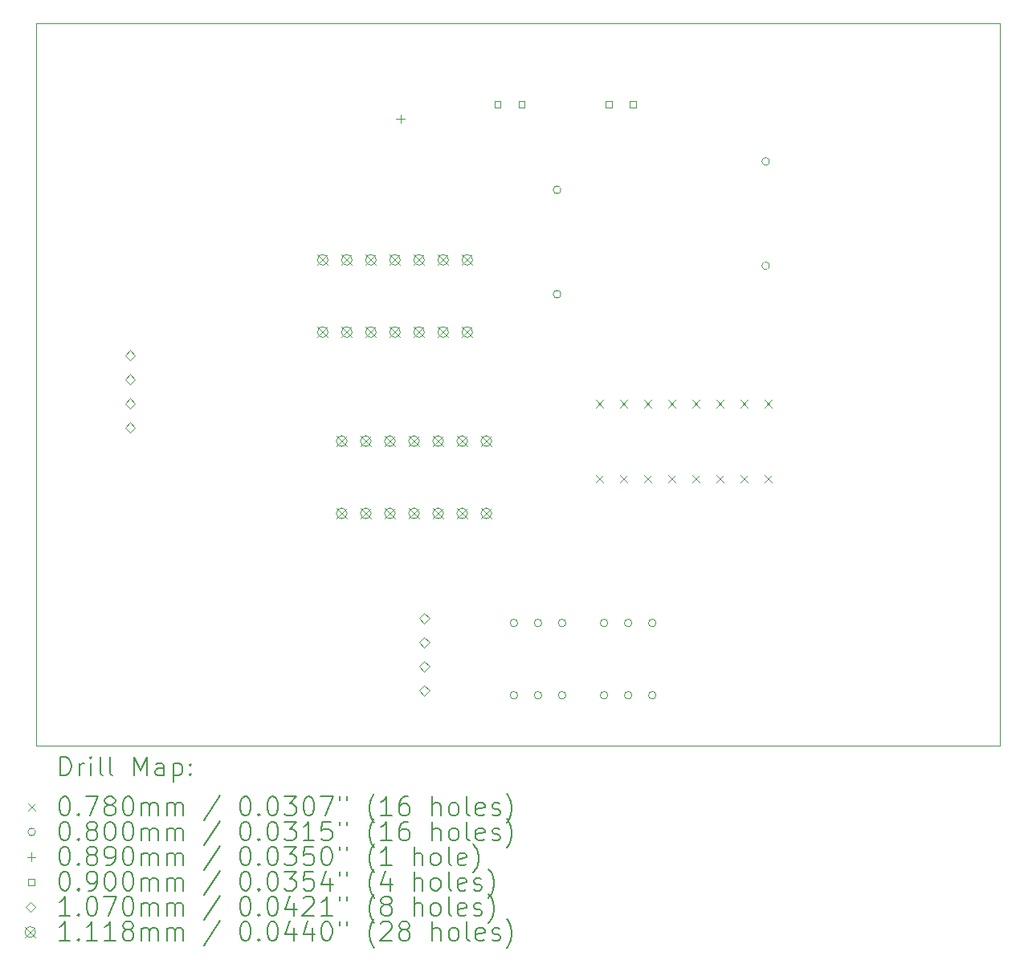
<source format=gbr>
%TF.GenerationSoftware,KiCad,Pcbnew,8.0.1*%
%TF.CreationDate,2024-07-08T16:56:45+05:30*%
%TF.ProjectId,FA,46412e6b-6963-4616-945f-706362585858,rev?*%
%TF.SameCoordinates,Original*%
%TF.FileFunction,Drillmap*%
%TF.FilePolarity,Positive*%
%FSLAX45Y45*%
G04 Gerber Fmt 4.5, Leading zero omitted, Abs format (unit mm)*
G04 Created by KiCad (PCBNEW 8.0.1) date 2024-07-08 16:56:45*
%MOMM*%
%LPD*%
G01*
G04 APERTURE LIST*
%ADD10C,0.050000*%
%ADD11C,0.200000*%
%ADD12C,0.100000*%
%ADD13C,0.107000*%
%ADD14C,0.111760*%
G04 APERTURE END LIST*
D10*
X8854920Y-6896000D02*
X19014920Y-6896000D01*
X19014920Y-14516000D01*
X8854920Y-14516000D01*
X8854920Y-6896000D01*
D11*
D12*
X14757000Y-10867000D02*
X14835000Y-10945000D01*
X14835000Y-10867000D02*
X14757000Y-10945000D01*
X14757000Y-11661000D02*
X14835000Y-11739000D01*
X14835000Y-11661000D02*
X14757000Y-11739000D01*
X15011000Y-10867000D02*
X15089000Y-10945000D01*
X15089000Y-10867000D02*
X15011000Y-10945000D01*
X15011000Y-11661000D02*
X15089000Y-11739000D01*
X15089000Y-11661000D02*
X15011000Y-11739000D01*
X15265000Y-10867000D02*
X15343000Y-10945000D01*
X15343000Y-10867000D02*
X15265000Y-10945000D01*
X15265000Y-11661000D02*
X15343000Y-11739000D01*
X15343000Y-11661000D02*
X15265000Y-11739000D01*
X15519000Y-10867000D02*
X15597000Y-10945000D01*
X15597000Y-10867000D02*
X15519000Y-10945000D01*
X15519000Y-11661000D02*
X15597000Y-11739000D01*
X15597000Y-11661000D02*
X15519000Y-11739000D01*
X15773000Y-10867000D02*
X15851000Y-10945000D01*
X15851000Y-10867000D02*
X15773000Y-10945000D01*
X15773000Y-11661000D02*
X15851000Y-11739000D01*
X15851000Y-11661000D02*
X15773000Y-11739000D01*
X16027000Y-10867000D02*
X16105000Y-10945000D01*
X16105000Y-10867000D02*
X16027000Y-10945000D01*
X16027000Y-11661000D02*
X16105000Y-11739000D01*
X16105000Y-11661000D02*
X16027000Y-11739000D01*
X16281000Y-10867000D02*
X16359000Y-10945000D01*
X16359000Y-10867000D02*
X16281000Y-10945000D01*
X16281000Y-11661000D02*
X16359000Y-11739000D01*
X16359000Y-11661000D02*
X16281000Y-11739000D01*
X16535000Y-10867000D02*
X16613000Y-10945000D01*
X16613000Y-10867000D02*
X16535000Y-10945000D01*
X16535000Y-11661000D02*
X16613000Y-11739000D01*
X16613000Y-11661000D02*
X16535000Y-11739000D01*
X13936000Y-13219000D02*
G75*
G02*
X13856000Y-13219000I-40000J0D01*
G01*
X13856000Y-13219000D02*
G75*
G02*
X13936000Y-13219000I40000J0D01*
G01*
X13936000Y-13981000D02*
G75*
G02*
X13856000Y-13981000I-40000J0D01*
G01*
X13856000Y-13981000D02*
G75*
G02*
X13936000Y-13981000I40000J0D01*
G01*
X14190000Y-13219000D02*
G75*
G02*
X14110000Y-13219000I-40000J0D01*
G01*
X14110000Y-13219000D02*
G75*
G02*
X14190000Y-13219000I40000J0D01*
G01*
X14190000Y-13981000D02*
G75*
G02*
X14110000Y-13981000I-40000J0D01*
G01*
X14110000Y-13981000D02*
G75*
G02*
X14190000Y-13981000I40000J0D01*
G01*
X14390000Y-8650000D02*
G75*
G02*
X14310000Y-8650000I-40000J0D01*
G01*
X14310000Y-8650000D02*
G75*
G02*
X14390000Y-8650000I40000J0D01*
G01*
X14390000Y-9750000D02*
G75*
G02*
X14310000Y-9750000I-40000J0D01*
G01*
X14310000Y-9750000D02*
G75*
G02*
X14390000Y-9750000I40000J0D01*
G01*
X14444000Y-13219000D02*
G75*
G02*
X14364000Y-13219000I-40000J0D01*
G01*
X14364000Y-13219000D02*
G75*
G02*
X14444000Y-13219000I40000J0D01*
G01*
X14444000Y-13981000D02*
G75*
G02*
X14364000Y-13981000I-40000J0D01*
G01*
X14364000Y-13981000D02*
G75*
G02*
X14444000Y-13981000I40000J0D01*
G01*
X14886000Y-13219000D02*
G75*
G02*
X14806000Y-13219000I-40000J0D01*
G01*
X14806000Y-13219000D02*
G75*
G02*
X14886000Y-13219000I40000J0D01*
G01*
X14886000Y-13981000D02*
G75*
G02*
X14806000Y-13981000I-40000J0D01*
G01*
X14806000Y-13981000D02*
G75*
G02*
X14886000Y-13981000I40000J0D01*
G01*
X15140000Y-13219000D02*
G75*
G02*
X15060000Y-13219000I-40000J0D01*
G01*
X15060000Y-13219000D02*
G75*
G02*
X15140000Y-13219000I40000J0D01*
G01*
X15140000Y-13981000D02*
G75*
G02*
X15060000Y-13981000I-40000J0D01*
G01*
X15060000Y-13981000D02*
G75*
G02*
X15140000Y-13981000I40000J0D01*
G01*
X15394000Y-13219000D02*
G75*
G02*
X15314000Y-13219000I-40000J0D01*
G01*
X15314000Y-13219000D02*
G75*
G02*
X15394000Y-13219000I40000J0D01*
G01*
X15394000Y-13981000D02*
G75*
G02*
X15314000Y-13981000I-40000J0D01*
G01*
X15314000Y-13981000D02*
G75*
G02*
X15394000Y-13981000I40000J0D01*
G01*
X16590000Y-8350000D02*
G75*
G02*
X16510000Y-8350000I-40000J0D01*
G01*
X16510000Y-8350000D02*
G75*
G02*
X16590000Y-8350000I40000J0D01*
G01*
X16590000Y-9450000D02*
G75*
G02*
X16510000Y-9450000I-40000J0D01*
G01*
X16510000Y-9450000D02*
G75*
G02*
X16590000Y-9450000I40000J0D01*
G01*
X12700000Y-7855500D02*
X12700000Y-7944500D01*
X12655500Y-7900000D02*
X12744500Y-7900000D01*
X13754320Y-7781820D02*
X13754320Y-7718180D01*
X13690680Y-7718180D01*
X13690680Y-7781820D01*
X13754320Y-7781820D01*
X14008320Y-7781820D02*
X14008320Y-7718180D01*
X13944680Y-7718180D01*
X13944680Y-7781820D01*
X14008320Y-7781820D01*
X14927820Y-7781820D02*
X14927820Y-7718180D01*
X14864180Y-7718180D01*
X14864180Y-7781820D01*
X14927820Y-7781820D01*
X15181820Y-7781820D02*
X15181820Y-7718180D01*
X15118180Y-7718180D01*
X15118180Y-7781820D01*
X15181820Y-7781820D01*
D13*
X9850000Y-10449500D02*
X9903500Y-10396000D01*
X9850000Y-10342500D01*
X9796500Y-10396000D01*
X9850000Y-10449500D01*
X9850000Y-10703500D02*
X9903500Y-10650000D01*
X9850000Y-10596500D01*
X9796500Y-10650000D01*
X9850000Y-10703500D01*
X9850000Y-10957500D02*
X9903500Y-10904000D01*
X9850000Y-10850500D01*
X9796500Y-10904000D01*
X9850000Y-10957500D01*
X9850000Y-11211500D02*
X9903500Y-11158000D01*
X9850000Y-11104500D01*
X9796500Y-11158000D01*
X9850000Y-11211500D01*
X12950000Y-13222500D02*
X13003500Y-13169000D01*
X12950000Y-13115500D01*
X12896500Y-13169000D01*
X12950000Y-13222500D01*
X12950000Y-13476500D02*
X13003500Y-13423000D01*
X12950000Y-13369500D01*
X12896500Y-13423000D01*
X12950000Y-13476500D01*
X12950000Y-13730500D02*
X13003500Y-13677000D01*
X12950000Y-13623500D01*
X12896500Y-13677000D01*
X12950000Y-13730500D01*
X12950000Y-13984500D02*
X13003500Y-13931000D01*
X12950000Y-13877500D01*
X12896500Y-13931000D01*
X12950000Y-13984500D01*
D14*
X11824120Y-9332120D02*
X11935880Y-9443880D01*
X11935880Y-9332120D02*
X11824120Y-9443880D01*
X11935880Y-9388000D02*
G75*
G02*
X11824120Y-9388000I-55880J0D01*
G01*
X11824120Y-9388000D02*
G75*
G02*
X11935880Y-9388000I55880J0D01*
G01*
X11824120Y-10094120D02*
X11935880Y-10205880D01*
X11935880Y-10094120D02*
X11824120Y-10205880D01*
X11935880Y-10150000D02*
G75*
G02*
X11824120Y-10150000I-55880J0D01*
G01*
X11824120Y-10150000D02*
G75*
G02*
X11935880Y-10150000I55880J0D01*
G01*
X12024120Y-11244120D02*
X12135880Y-11355880D01*
X12135880Y-11244120D02*
X12024120Y-11355880D01*
X12135880Y-11300000D02*
G75*
G02*
X12024120Y-11300000I-55880J0D01*
G01*
X12024120Y-11300000D02*
G75*
G02*
X12135880Y-11300000I55880J0D01*
G01*
X12024120Y-12006120D02*
X12135880Y-12117880D01*
X12135880Y-12006120D02*
X12024120Y-12117880D01*
X12135880Y-12062000D02*
G75*
G02*
X12024120Y-12062000I-55880J0D01*
G01*
X12024120Y-12062000D02*
G75*
G02*
X12135880Y-12062000I55880J0D01*
G01*
X12078120Y-9332120D02*
X12189880Y-9443880D01*
X12189880Y-9332120D02*
X12078120Y-9443880D01*
X12189880Y-9388000D02*
G75*
G02*
X12078120Y-9388000I-55880J0D01*
G01*
X12078120Y-9388000D02*
G75*
G02*
X12189880Y-9388000I55880J0D01*
G01*
X12078120Y-10094120D02*
X12189880Y-10205880D01*
X12189880Y-10094120D02*
X12078120Y-10205880D01*
X12189880Y-10150000D02*
G75*
G02*
X12078120Y-10150000I-55880J0D01*
G01*
X12078120Y-10150000D02*
G75*
G02*
X12189880Y-10150000I55880J0D01*
G01*
X12278120Y-11244120D02*
X12389880Y-11355880D01*
X12389880Y-11244120D02*
X12278120Y-11355880D01*
X12389880Y-11300000D02*
G75*
G02*
X12278120Y-11300000I-55880J0D01*
G01*
X12278120Y-11300000D02*
G75*
G02*
X12389880Y-11300000I55880J0D01*
G01*
X12278120Y-12006120D02*
X12389880Y-12117880D01*
X12389880Y-12006120D02*
X12278120Y-12117880D01*
X12389880Y-12062000D02*
G75*
G02*
X12278120Y-12062000I-55880J0D01*
G01*
X12278120Y-12062000D02*
G75*
G02*
X12389880Y-12062000I55880J0D01*
G01*
X12332120Y-9332120D02*
X12443880Y-9443880D01*
X12443880Y-9332120D02*
X12332120Y-9443880D01*
X12443880Y-9388000D02*
G75*
G02*
X12332120Y-9388000I-55880J0D01*
G01*
X12332120Y-9388000D02*
G75*
G02*
X12443880Y-9388000I55880J0D01*
G01*
X12332120Y-10094120D02*
X12443880Y-10205880D01*
X12443880Y-10094120D02*
X12332120Y-10205880D01*
X12443880Y-10150000D02*
G75*
G02*
X12332120Y-10150000I-55880J0D01*
G01*
X12332120Y-10150000D02*
G75*
G02*
X12443880Y-10150000I55880J0D01*
G01*
X12532120Y-11244120D02*
X12643880Y-11355880D01*
X12643880Y-11244120D02*
X12532120Y-11355880D01*
X12643880Y-11300000D02*
G75*
G02*
X12532120Y-11300000I-55880J0D01*
G01*
X12532120Y-11300000D02*
G75*
G02*
X12643880Y-11300000I55880J0D01*
G01*
X12532120Y-12006120D02*
X12643880Y-12117880D01*
X12643880Y-12006120D02*
X12532120Y-12117880D01*
X12643880Y-12062000D02*
G75*
G02*
X12532120Y-12062000I-55880J0D01*
G01*
X12532120Y-12062000D02*
G75*
G02*
X12643880Y-12062000I55880J0D01*
G01*
X12586120Y-9332120D02*
X12697880Y-9443880D01*
X12697880Y-9332120D02*
X12586120Y-9443880D01*
X12697880Y-9388000D02*
G75*
G02*
X12586120Y-9388000I-55880J0D01*
G01*
X12586120Y-9388000D02*
G75*
G02*
X12697880Y-9388000I55880J0D01*
G01*
X12586120Y-10094120D02*
X12697880Y-10205880D01*
X12697880Y-10094120D02*
X12586120Y-10205880D01*
X12697880Y-10150000D02*
G75*
G02*
X12586120Y-10150000I-55880J0D01*
G01*
X12586120Y-10150000D02*
G75*
G02*
X12697880Y-10150000I55880J0D01*
G01*
X12786120Y-11244120D02*
X12897880Y-11355880D01*
X12897880Y-11244120D02*
X12786120Y-11355880D01*
X12897880Y-11300000D02*
G75*
G02*
X12786120Y-11300000I-55880J0D01*
G01*
X12786120Y-11300000D02*
G75*
G02*
X12897880Y-11300000I55880J0D01*
G01*
X12786120Y-12006120D02*
X12897880Y-12117880D01*
X12897880Y-12006120D02*
X12786120Y-12117880D01*
X12897880Y-12062000D02*
G75*
G02*
X12786120Y-12062000I-55880J0D01*
G01*
X12786120Y-12062000D02*
G75*
G02*
X12897880Y-12062000I55880J0D01*
G01*
X12840120Y-9332120D02*
X12951880Y-9443880D01*
X12951880Y-9332120D02*
X12840120Y-9443880D01*
X12951880Y-9388000D02*
G75*
G02*
X12840120Y-9388000I-55880J0D01*
G01*
X12840120Y-9388000D02*
G75*
G02*
X12951880Y-9388000I55880J0D01*
G01*
X12840120Y-10094120D02*
X12951880Y-10205880D01*
X12951880Y-10094120D02*
X12840120Y-10205880D01*
X12951880Y-10150000D02*
G75*
G02*
X12840120Y-10150000I-55880J0D01*
G01*
X12840120Y-10150000D02*
G75*
G02*
X12951880Y-10150000I55880J0D01*
G01*
X13040120Y-11244120D02*
X13151880Y-11355880D01*
X13151880Y-11244120D02*
X13040120Y-11355880D01*
X13151880Y-11300000D02*
G75*
G02*
X13040120Y-11300000I-55880J0D01*
G01*
X13040120Y-11300000D02*
G75*
G02*
X13151880Y-11300000I55880J0D01*
G01*
X13040120Y-12006120D02*
X13151880Y-12117880D01*
X13151880Y-12006120D02*
X13040120Y-12117880D01*
X13151880Y-12062000D02*
G75*
G02*
X13040120Y-12062000I-55880J0D01*
G01*
X13040120Y-12062000D02*
G75*
G02*
X13151880Y-12062000I55880J0D01*
G01*
X13094120Y-9332120D02*
X13205880Y-9443880D01*
X13205880Y-9332120D02*
X13094120Y-9443880D01*
X13205880Y-9388000D02*
G75*
G02*
X13094120Y-9388000I-55880J0D01*
G01*
X13094120Y-9388000D02*
G75*
G02*
X13205880Y-9388000I55880J0D01*
G01*
X13094120Y-10094120D02*
X13205880Y-10205880D01*
X13205880Y-10094120D02*
X13094120Y-10205880D01*
X13205880Y-10150000D02*
G75*
G02*
X13094120Y-10150000I-55880J0D01*
G01*
X13094120Y-10150000D02*
G75*
G02*
X13205880Y-10150000I55880J0D01*
G01*
X13294120Y-11244120D02*
X13405880Y-11355880D01*
X13405880Y-11244120D02*
X13294120Y-11355880D01*
X13405880Y-11300000D02*
G75*
G02*
X13294120Y-11300000I-55880J0D01*
G01*
X13294120Y-11300000D02*
G75*
G02*
X13405880Y-11300000I55880J0D01*
G01*
X13294120Y-12006120D02*
X13405880Y-12117880D01*
X13405880Y-12006120D02*
X13294120Y-12117880D01*
X13405880Y-12062000D02*
G75*
G02*
X13294120Y-12062000I-55880J0D01*
G01*
X13294120Y-12062000D02*
G75*
G02*
X13405880Y-12062000I55880J0D01*
G01*
X13348120Y-9332120D02*
X13459880Y-9443880D01*
X13459880Y-9332120D02*
X13348120Y-9443880D01*
X13459880Y-9388000D02*
G75*
G02*
X13348120Y-9388000I-55880J0D01*
G01*
X13348120Y-9388000D02*
G75*
G02*
X13459880Y-9388000I55880J0D01*
G01*
X13348120Y-10094120D02*
X13459880Y-10205880D01*
X13459880Y-10094120D02*
X13348120Y-10205880D01*
X13459880Y-10150000D02*
G75*
G02*
X13348120Y-10150000I-55880J0D01*
G01*
X13348120Y-10150000D02*
G75*
G02*
X13459880Y-10150000I55880J0D01*
G01*
X13548120Y-11244120D02*
X13659880Y-11355880D01*
X13659880Y-11244120D02*
X13548120Y-11355880D01*
X13659880Y-11300000D02*
G75*
G02*
X13548120Y-11300000I-55880J0D01*
G01*
X13548120Y-11300000D02*
G75*
G02*
X13659880Y-11300000I55880J0D01*
G01*
X13548120Y-12006120D02*
X13659880Y-12117880D01*
X13659880Y-12006120D02*
X13548120Y-12117880D01*
X13659880Y-12062000D02*
G75*
G02*
X13548120Y-12062000I-55880J0D01*
G01*
X13548120Y-12062000D02*
G75*
G02*
X13659880Y-12062000I55880J0D01*
G01*
D11*
X9113197Y-14829984D02*
X9113197Y-14629984D01*
X9113197Y-14629984D02*
X9160816Y-14629984D01*
X9160816Y-14629984D02*
X9189387Y-14639508D01*
X9189387Y-14639508D02*
X9208435Y-14658555D01*
X9208435Y-14658555D02*
X9217959Y-14677603D01*
X9217959Y-14677603D02*
X9227483Y-14715698D01*
X9227483Y-14715698D02*
X9227483Y-14744269D01*
X9227483Y-14744269D02*
X9217959Y-14782365D01*
X9217959Y-14782365D02*
X9208435Y-14801412D01*
X9208435Y-14801412D02*
X9189387Y-14820460D01*
X9189387Y-14820460D02*
X9160816Y-14829984D01*
X9160816Y-14829984D02*
X9113197Y-14829984D01*
X9313197Y-14829984D02*
X9313197Y-14696650D01*
X9313197Y-14734746D02*
X9322721Y-14715698D01*
X9322721Y-14715698D02*
X9332244Y-14706174D01*
X9332244Y-14706174D02*
X9351292Y-14696650D01*
X9351292Y-14696650D02*
X9370340Y-14696650D01*
X9437006Y-14829984D02*
X9437006Y-14696650D01*
X9437006Y-14629984D02*
X9427483Y-14639508D01*
X9427483Y-14639508D02*
X9437006Y-14649031D01*
X9437006Y-14649031D02*
X9446530Y-14639508D01*
X9446530Y-14639508D02*
X9437006Y-14629984D01*
X9437006Y-14629984D02*
X9437006Y-14649031D01*
X9560816Y-14829984D02*
X9541768Y-14820460D01*
X9541768Y-14820460D02*
X9532244Y-14801412D01*
X9532244Y-14801412D02*
X9532244Y-14629984D01*
X9665578Y-14829984D02*
X9646530Y-14820460D01*
X9646530Y-14820460D02*
X9637006Y-14801412D01*
X9637006Y-14801412D02*
X9637006Y-14629984D01*
X9894149Y-14829984D02*
X9894149Y-14629984D01*
X9894149Y-14629984D02*
X9960816Y-14772841D01*
X9960816Y-14772841D02*
X10027483Y-14629984D01*
X10027483Y-14629984D02*
X10027483Y-14829984D01*
X10208435Y-14829984D02*
X10208435Y-14725222D01*
X10208435Y-14725222D02*
X10198911Y-14706174D01*
X10198911Y-14706174D02*
X10179864Y-14696650D01*
X10179864Y-14696650D02*
X10141768Y-14696650D01*
X10141768Y-14696650D02*
X10122721Y-14706174D01*
X10208435Y-14820460D02*
X10189387Y-14829984D01*
X10189387Y-14829984D02*
X10141768Y-14829984D01*
X10141768Y-14829984D02*
X10122721Y-14820460D01*
X10122721Y-14820460D02*
X10113197Y-14801412D01*
X10113197Y-14801412D02*
X10113197Y-14782365D01*
X10113197Y-14782365D02*
X10122721Y-14763317D01*
X10122721Y-14763317D02*
X10141768Y-14753793D01*
X10141768Y-14753793D02*
X10189387Y-14753793D01*
X10189387Y-14753793D02*
X10208435Y-14744269D01*
X10303673Y-14696650D02*
X10303673Y-14896650D01*
X10303673Y-14706174D02*
X10322721Y-14696650D01*
X10322721Y-14696650D02*
X10360816Y-14696650D01*
X10360816Y-14696650D02*
X10379864Y-14706174D01*
X10379864Y-14706174D02*
X10389387Y-14715698D01*
X10389387Y-14715698D02*
X10398911Y-14734746D01*
X10398911Y-14734746D02*
X10398911Y-14791888D01*
X10398911Y-14791888D02*
X10389387Y-14810936D01*
X10389387Y-14810936D02*
X10379864Y-14820460D01*
X10379864Y-14820460D02*
X10360816Y-14829984D01*
X10360816Y-14829984D02*
X10322721Y-14829984D01*
X10322721Y-14829984D02*
X10303673Y-14820460D01*
X10484625Y-14810936D02*
X10494149Y-14820460D01*
X10494149Y-14820460D02*
X10484625Y-14829984D01*
X10484625Y-14829984D02*
X10475102Y-14820460D01*
X10475102Y-14820460D02*
X10484625Y-14810936D01*
X10484625Y-14810936D02*
X10484625Y-14829984D01*
X10484625Y-14706174D02*
X10494149Y-14715698D01*
X10494149Y-14715698D02*
X10484625Y-14725222D01*
X10484625Y-14725222D02*
X10475102Y-14715698D01*
X10475102Y-14715698D02*
X10484625Y-14706174D01*
X10484625Y-14706174D02*
X10484625Y-14725222D01*
D12*
X8774420Y-15119500D02*
X8852420Y-15197500D01*
X8852420Y-15119500D02*
X8774420Y-15197500D01*
D11*
X9151292Y-15049984D02*
X9170340Y-15049984D01*
X9170340Y-15049984D02*
X9189387Y-15059508D01*
X9189387Y-15059508D02*
X9198911Y-15069031D01*
X9198911Y-15069031D02*
X9208435Y-15088079D01*
X9208435Y-15088079D02*
X9217959Y-15126174D01*
X9217959Y-15126174D02*
X9217959Y-15173793D01*
X9217959Y-15173793D02*
X9208435Y-15211888D01*
X9208435Y-15211888D02*
X9198911Y-15230936D01*
X9198911Y-15230936D02*
X9189387Y-15240460D01*
X9189387Y-15240460D02*
X9170340Y-15249984D01*
X9170340Y-15249984D02*
X9151292Y-15249984D01*
X9151292Y-15249984D02*
X9132244Y-15240460D01*
X9132244Y-15240460D02*
X9122721Y-15230936D01*
X9122721Y-15230936D02*
X9113197Y-15211888D01*
X9113197Y-15211888D02*
X9103673Y-15173793D01*
X9103673Y-15173793D02*
X9103673Y-15126174D01*
X9103673Y-15126174D02*
X9113197Y-15088079D01*
X9113197Y-15088079D02*
X9122721Y-15069031D01*
X9122721Y-15069031D02*
X9132244Y-15059508D01*
X9132244Y-15059508D02*
X9151292Y-15049984D01*
X9303673Y-15230936D02*
X9313197Y-15240460D01*
X9313197Y-15240460D02*
X9303673Y-15249984D01*
X9303673Y-15249984D02*
X9294149Y-15240460D01*
X9294149Y-15240460D02*
X9303673Y-15230936D01*
X9303673Y-15230936D02*
X9303673Y-15249984D01*
X9379864Y-15049984D02*
X9513197Y-15049984D01*
X9513197Y-15049984D02*
X9427483Y-15249984D01*
X9617959Y-15135698D02*
X9598911Y-15126174D01*
X9598911Y-15126174D02*
X9589387Y-15116650D01*
X9589387Y-15116650D02*
X9579864Y-15097603D01*
X9579864Y-15097603D02*
X9579864Y-15088079D01*
X9579864Y-15088079D02*
X9589387Y-15069031D01*
X9589387Y-15069031D02*
X9598911Y-15059508D01*
X9598911Y-15059508D02*
X9617959Y-15049984D01*
X9617959Y-15049984D02*
X9656054Y-15049984D01*
X9656054Y-15049984D02*
X9675102Y-15059508D01*
X9675102Y-15059508D02*
X9684625Y-15069031D01*
X9684625Y-15069031D02*
X9694149Y-15088079D01*
X9694149Y-15088079D02*
X9694149Y-15097603D01*
X9694149Y-15097603D02*
X9684625Y-15116650D01*
X9684625Y-15116650D02*
X9675102Y-15126174D01*
X9675102Y-15126174D02*
X9656054Y-15135698D01*
X9656054Y-15135698D02*
X9617959Y-15135698D01*
X9617959Y-15135698D02*
X9598911Y-15145222D01*
X9598911Y-15145222D02*
X9589387Y-15154746D01*
X9589387Y-15154746D02*
X9579864Y-15173793D01*
X9579864Y-15173793D02*
X9579864Y-15211888D01*
X9579864Y-15211888D02*
X9589387Y-15230936D01*
X9589387Y-15230936D02*
X9598911Y-15240460D01*
X9598911Y-15240460D02*
X9617959Y-15249984D01*
X9617959Y-15249984D02*
X9656054Y-15249984D01*
X9656054Y-15249984D02*
X9675102Y-15240460D01*
X9675102Y-15240460D02*
X9684625Y-15230936D01*
X9684625Y-15230936D02*
X9694149Y-15211888D01*
X9694149Y-15211888D02*
X9694149Y-15173793D01*
X9694149Y-15173793D02*
X9684625Y-15154746D01*
X9684625Y-15154746D02*
X9675102Y-15145222D01*
X9675102Y-15145222D02*
X9656054Y-15135698D01*
X9817959Y-15049984D02*
X9837006Y-15049984D01*
X9837006Y-15049984D02*
X9856054Y-15059508D01*
X9856054Y-15059508D02*
X9865578Y-15069031D01*
X9865578Y-15069031D02*
X9875102Y-15088079D01*
X9875102Y-15088079D02*
X9884625Y-15126174D01*
X9884625Y-15126174D02*
X9884625Y-15173793D01*
X9884625Y-15173793D02*
X9875102Y-15211888D01*
X9875102Y-15211888D02*
X9865578Y-15230936D01*
X9865578Y-15230936D02*
X9856054Y-15240460D01*
X9856054Y-15240460D02*
X9837006Y-15249984D01*
X9837006Y-15249984D02*
X9817959Y-15249984D01*
X9817959Y-15249984D02*
X9798911Y-15240460D01*
X9798911Y-15240460D02*
X9789387Y-15230936D01*
X9789387Y-15230936D02*
X9779864Y-15211888D01*
X9779864Y-15211888D02*
X9770340Y-15173793D01*
X9770340Y-15173793D02*
X9770340Y-15126174D01*
X9770340Y-15126174D02*
X9779864Y-15088079D01*
X9779864Y-15088079D02*
X9789387Y-15069031D01*
X9789387Y-15069031D02*
X9798911Y-15059508D01*
X9798911Y-15059508D02*
X9817959Y-15049984D01*
X9970340Y-15249984D02*
X9970340Y-15116650D01*
X9970340Y-15135698D02*
X9979864Y-15126174D01*
X9979864Y-15126174D02*
X9998911Y-15116650D01*
X9998911Y-15116650D02*
X10027483Y-15116650D01*
X10027483Y-15116650D02*
X10046530Y-15126174D01*
X10046530Y-15126174D02*
X10056054Y-15145222D01*
X10056054Y-15145222D02*
X10056054Y-15249984D01*
X10056054Y-15145222D02*
X10065578Y-15126174D01*
X10065578Y-15126174D02*
X10084625Y-15116650D01*
X10084625Y-15116650D02*
X10113197Y-15116650D01*
X10113197Y-15116650D02*
X10132245Y-15126174D01*
X10132245Y-15126174D02*
X10141768Y-15145222D01*
X10141768Y-15145222D02*
X10141768Y-15249984D01*
X10237006Y-15249984D02*
X10237006Y-15116650D01*
X10237006Y-15135698D02*
X10246530Y-15126174D01*
X10246530Y-15126174D02*
X10265578Y-15116650D01*
X10265578Y-15116650D02*
X10294149Y-15116650D01*
X10294149Y-15116650D02*
X10313197Y-15126174D01*
X10313197Y-15126174D02*
X10322721Y-15145222D01*
X10322721Y-15145222D02*
X10322721Y-15249984D01*
X10322721Y-15145222D02*
X10332245Y-15126174D01*
X10332245Y-15126174D02*
X10351292Y-15116650D01*
X10351292Y-15116650D02*
X10379864Y-15116650D01*
X10379864Y-15116650D02*
X10398911Y-15126174D01*
X10398911Y-15126174D02*
X10408435Y-15145222D01*
X10408435Y-15145222D02*
X10408435Y-15249984D01*
X10798911Y-15040460D02*
X10627483Y-15297603D01*
X11056054Y-15049984D02*
X11075102Y-15049984D01*
X11075102Y-15049984D02*
X11094149Y-15059508D01*
X11094149Y-15059508D02*
X11103673Y-15069031D01*
X11103673Y-15069031D02*
X11113197Y-15088079D01*
X11113197Y-15088079D02*
X11122721Y-15126174D01*
X11122721Y-15126174D02*
X11122721Y-15173793D01*
X11122721Y-15173793D02*
X11113197Y-15211888D01*
X11113197Y-15211888D02*
X11103673Y-15230936D01*
X11103673Y-15230936D02*
X11094149Y-15240460D01*
X11094149Y-15240460D02*
X11075102Y-15249984D01*
X11075102Y-15249984D02*
X11056054Y-15249984D01*
X11056054Y-15249984D02*
X11037007Y-15240460D01*
X11037007Y-15240460D02*
X11027483Y-15230936D01*
X11027483Y-15230936D02*
X11017959Y-15211888D01*
X11017959Y-15211888D02*
X11008435Y-15173793D01*
X11008435Y-15173793D02*
X11008435Y-15126174D01*
X11008435Y-15126174D02*
X11017959Y-15088079D01*
X11017959Y-15088079D02*
X11027483Y-15069031D01*
X11027483Y-15069031D02*
X11037007Y-15059508D01*
X11037007Y-15059508D02*
X11056054Y-15049984D01*
X11208435Y-15230936D02*
X11217959Y-15240460D01*
X11217959Y-15240460D02*
X11208435Y-15249984D01*
X11208435Y-15249984D02*
X11198911Y-15240460D01*
X11198911Y-15240460D02*
X11208435Y-15230936D01*
X11208435Y-15230936D02*
X11208435Y-15249984D01*
X11341768Y-15049984D02*
X11360816Y-15049984D01*
X11360816Y-15049984D02*
X11379864Y-15059508D01*
X11379864Y-15059508D02*
X11389387Y-15069031D01*
X11389387Y-15069031D02*
X11398911Y-15088079D01*
X11398911Y-15088079D02*
X11408435Y-15126174D01*
X11408435Y-15126174D02*
X11408435Y-15173793D01*
X11408435Y-15173793D02*
X11398911Y-15211888D01*
X11398911Y-15211888D02*
X11389387Y-15230936D01*
X11389387Y-15230936D02*
X11379864Y-15240460D01*
X11379864Y-15240460D02*
X11360816Y-15249984D01*
X11360816Y-15249984D02*
X11341768Y-15249984D01*
X11341768Y-15249984D02*
X11322721Y-15240460D01*
X11322721Y-15240460D02*
X11313197Y-15230936D01*
X11313197Y-15230936D02*
X11303673Y-15211888D01*
X11303673Y-15211888D02*
X11294149Y-15173793D01*
X11294149Y-15173793D02*
X11294149Y-15126174D01*
X11294149Y-15126174D02*
X11303673Y-15088079D01*
X11303673Y-15088079D02*
X11313197Y-15069031D01*
X11313197Y-15069031D02*
X11322721Y-15059508D01*
X11322721Y-15059508D02*
X11341768Y-15049984D01*
X11475102Y-15049984D02*
X11598911Y-15049984D01*
X11598911Y-15049984D02*
X11532245Y-15126174D01*
X11532245Y-15126174D02*
X11560816Y-15126174D01*
X11560816Y-15126174D02*
X11579864Y-15135698D01*
X11579864Y-15135698D02*
X11589387Y-15145222D01*
X11589387Y-15145222D02*
X11598911Y-15164269D01*
X11598911Y-15164269D02*
X11598911Y-15211888D01*
X11598911Y-15211888D02*
X11589387Y-15230936D01*
X11589387Y-15230936D02*
X11579864Y-15240460D01*
X11579864Y-15240460D02*
X11560816Y-15249984D01*
X11560816Y-15249984D02*
X11503673Y-15249984D01*
X11503673Y-15249984D02*
X11484626Y-15240460D01*
X11484626Y-15240460D02*
X11475102Y-15230936D01*
X11722721Y-15049984D02*
X11741768Y-15049984D01*
X11741768Y-15049984D02*
X11760816Y-15059508D01*
X11760816Y-15059508D02*
X11770340Y-15069031D01*
X11770340Y-15069031D02*
X11779864Y-15088079D01*
X11779864Y-15088079D02*
X11789387Y-15126174D01*
X11789387Y-15126174D02*
X11789387Y-15173793D01*
X11789387Y-15173793D02*
X11779864Y-15211888D01*
X11779864Y-15211888D02*
X11770340Y-15230936D01*
X11770340Y-15230936D02*
X11760816Y-15240460D01*
X11760816Y-15240460D02*
X11741768Y-15249984D01*
X11741768Y-15249984D02*
X11722721Y-15249984D01*
X11722721Y-15249984D02*
X11703673Y-15240460D01*
X11703673Y-15240460D02*
X11694149Y-15230936D01*
X11694149Y-15230936D02*
X11684626Y-15211888D01*
X11684626Y-15211888D02*
X11675102Y-15173793D01*
X11675102Y-15173793D02*
X11675102Y-15126174D01*
X11675102Y-15126174D02*
X11684626Y-15088079D01*
X11684626Y-15088079D02*
X11694149Y-15069031D01*
X11694149Y-15069031D02*
X11703673Y-15059508D01*
X11703673Y-15059508D02*
X11722721Y-15049984D01*
X11856054Y-15049984D02*
X11989387Y-15049984D01*
X11989387Y-15049984D02*
X11903673Y-15249984D01*
X12056054Y-15049984D02*
X12056054Y-15088079D01*
X12132245Y-15049984D02*
X12132245Y-15088079D01*
X12427483Y-15326174D02*
X12417959Y-15316650D01*
X12417959Y-15316650D02*
X12398911Y-15288079D01*
X12398911Y-15288079D02*
X12389388Y-15269031D01*
X12389388Y-15269031D02*
X12379864Y-15240460D01*
X12379864Y-15240460D02*
X12370340Y-15192841D01*
X12370340Y-15192841D02*
X12370340Y-15154746D01*
X12370340Y-15154746D02*
X12379864Y-15107127D01*
X12379864Y-15107127D02*
X12389388Y-15078555D01*
X12389388Y-15078555D02*
X12398911Y-15059508D01*
X12398911Y-15059508D02*
X12417959Y-15030936D01*
X12417959Y-15030936D02*
X12427483Y-15021412D01*
X12608435Y-15249984D02*
X12494149Y-15249984D01*
X12551292Y-15249984D02*
X12551292Y-15049984D01*
X12551292Y-15049984D02*
X12532245Y-15078555D01*
X12532245Y-15078555D02*
X12513197Y-15097603D01*
X12513197Y-15097603D02*
X12494149Y-15107127D01*
X12779864Y-15049984D02*
X12741768Y-15049984D01*
X12741768Y-15049984D02*
X12722721Y-15059508D01*
X12722721Y-15059508D02*
X12713197Y-15069031D01*
X12713197Y-15069031D02*
X12694149Y-15097603D01*
X12694149Y-15097603D02*
X12684626Y-15135698D01*
X12684626Y-15135698D02*
X12684626Y-15211888D01*
X12684626Y-15211888D02*
X12694149Y-15230936D01*
X12694149Y-15230936D02*
X12703673Y-15240460D01*
X12703673Y-15240460D02*
X12722721Y-15249984D01*
X12722721Y-15249984D02*
X12760816Y-15249984D01*
X12760816Y-15249984D02*
X12779864Y-15240460D01*
X12779864Y-15240460D02*
X12789388Y-15230936D01*
X12789388Y-15230936D02*
X12798911Y-15211888D01*
X12798911Y-15211888D02*
X12798911Y-15164269D01*
X12798911Y-15164269D02*
X12789388Y-15145222D01*
X12789388Y-15145222D02*
X12779864Y-15135698D01*
X12779864Y-15135698D02*
X12760816Y-15126174D01*
X12760816Y-15126174D02*
X12722721Y-15126174D01*
X12722721Y-15126174D02*
X12703673Y-15135698D01*
X12703673Y-15135698D02*
X12694149Y-15145222D01*
X12694149Y-15145222D02*
X12684626Y-15164269D01*
X13037007Y-15249984D02*
X13037007Y-15049984D01*
X13122721Y-15249984D02*
X13122721Y-15145222D01*
X13122721Y-15145222D02*
X13113197Y-15126174D01*
X13113197Y-15126174D02*
X13094150Y-15116650D01*
X13094150Y-15116650D02*
X13065578Y-15116650D01*
X13065578Y-15116650D02*
X13046530Y-15126174D01*
X13046530Y-15126174D02*
X13037007Y-15135698D01*
X13246530Y-15249984D02*
X13227483Y-15240460D01*
X13227483Y-15240460D02*
X13217959Y-15230936D01*
X13217959Y-15230936D02*
X13208435Y-15211888D01*
X13208435Y-15211888D02*
X13208435Y-15154746D01*
X13208435Y-15154746D02*
X13217959Y-15135698D01*
X13217959Y-15135698D02*
X13227483Y-15126174D01*
X13227483Y-15126174D02*
X13246530Y-15116650D01*
X13246530Y-15116650D02*
X13275102Y-15116650D01*
X13275102Y-15116650D02*
X13294150Y-15126174D01*
X13294150Y-15126174D02*
X13303673Y-15135698D01*
X13303673Y-15135698D02*
X13313197Y-15154746D01*
X13313197Y-15154746D02*
X13313197Y-15211888D01*
X13313197Y-15211888D02*
X13303673Y-15230936D01*
X13303673Y-15230936D02*
X13294150Y-15240460D01*
X13294150Y-15240460D02*
X13275102Y-15249984D01*
X13275102Y-15249984D02*
X13246530Y-15249984D01*
X13427483Y-15249984D02*
X13408435Y-15240460D01*
X13408435Y-15240460D02*
X13398911Y-15221412D01*
X13398911Y-15221412D02*
X13398911Y-15049984D01*
X13579864Y-15240460D02*
X13560816Y-15249984D01*
X13560816Y-15249984D02*
X13522721Y-15249984D01*
X13522721Y-15249984D02*
X13503673Y-15240460D01*
X13503673Y-15240460D02*
X13494150Y-15221412D01*
X13494150Y-15221412D02*
X13494150Y-15145222D01*
X13494150Y-15145222D02*
X13503673Y-15126174D01*
X13503673Y-15126174D02*
X13522721Y-15116650D01*
X13522721Y-15116650D02*
X13560816Y-15116650D01*
X13560816Y-15116650D02*
X13579864Y-15126174D01*
X13579864Y-15126174D02*
X13589388Y-15145222D01*
X13589388Y-15145222D02*
X13589388Y-15164269D01*
X13589388Y-15164269D02*
X13494150Y-15183317D01*
X13665578Y-15240460D02*
X13684626Y-15249984D01*
X13684626Y-15249984D02*
X13722721Y-15249984D01*
X13722721Y-15249984D02*
X13741769Y-15240460D01*
X13741769Y-15240460D02*
X13751292Y-15221412D01*
X13751292Y-15221412D02*
X13751292Y-15211888D01*
X13751292Y-15211888D02*
X13741769Y-15192841D01*
X13741769Y-15192841D02*
X13722721Y-15183317D01*
X13722721Y-15183317D02*
X13694150Y-15183317D01*
X13694150Y-15183317D02*
X13675102Y-15173793D01*
X13675102Y-15173793D02*
X13665578Y-15154746D01*
X13665578Y-15154746D02*
X13665578Y-15145222D01*
X13665578Y-15145222D02*
X13675102Y-15126174D01*
X13675102Y-15126174D02*
X13694150Y-15116650D01*
X13694150Y-15116650D02*
X13722721Y-15116650D01*
X13722721Y-15116650D02*
X13741769Y-15126174D01*
X13817959Y-15326174D02*
X13827483Y-15316650D01*
X13827483Y-15316650D02*
X13846531Y-15288079D01*
X13846531Y-15288079D02*
X13856054Y-15269031D01*
X13856054Y-15269031D02*
X13865578Y-15240460D01*
X13865578Y-15240460D02*
X13875102Y-15192841D01*
X13875102Y-15192841D02*
X13875102Y-15154746D01*
X13875102Y-15154746D02*
X13865578Y-15107127D01*
X13865578Y-15107127D02*
X13856054Y-15078555D01*
X13856054Y-15078555D02*
X13846531Y-15059508D01*
X13846531Y-15059508D02*
X13827483Y-15030936D01*
X13827483Y-15030936D02*
X13817959Y-15021412D01*
D12*
X8852420Y-15422500D02*
G75*
G02*
X8772420Y-15422500I-40000J0D01*
G01*
X8772420Y-15422500D02*
G75*
G02*
X8852420Y-15422500I40000J0D01*
G01*
D11*
X9151292Y-15313984D02*
X9170340Y-15313984D01*
X9170340Y-15313984D02*
X9189387Y-15323508D01*
X9189387Y-15323508D02*
X9198911Y-15333031D01*
X9198911Y-15333031D02*
X9208435Y-15352079D01*
X9208435Y-15352079D02*
X9217959Y-15390174D01*
X9217959Y-15390174D02*
X9217959Y-15437793D01*
X9217959Y-15437793D02*
X9208435Y-15475888D01*
X9208435Y-15475888D02*
X9198911Y-15494936D01*
X9198911Y-15494936D02*
X9189387Y-15504460D01*
X9189387Y-15504460D02*
X9170340Y-15513984D01*
X9170340Y-15513984D02*
X9151292Y-15513984D01*
X9151292Y-15513984D02*
X9132244Y-15504460D01*
X9132244Y-15504460D02*
X9122721Y-15494936D01*
X9122721Y-15494936D02*
X9113197Y-15475888D01*
X9113197Y-15475888D02*
X9103673Y-15437793D01*
X9103673Y-15437793D02*
X9103673Y-15390174D01*
X9103673Y-15390174D02*
X9113197Y-15352079D01*
X9113197Y-15352079D02*
X9122721Y-15333031D01*
X9122721Y-15333031D02*
X9132244Y-15323508D01*
X9132244Y-15323508D02*
X9151292Y-15313984D01*
X9303673Y-15494936D02*
X9313197Y-15504460D01*
X9313197Y-15504460D02*
X9303673Y-15513984D01*
X9303673Y-15513984D02*
X9294149Y-15504460D01*
X9294149Y-15504460D02*
X9303673Y-15494936D01*
X9303673Y-15494936D02*
X9303673Y-15513984D01*
X9427483Y-15399698D02*
X9408435Y-15390174D01*
X9408435Y-15390174D02*
X9398911Y-15380650D01*
X9398911Y-15380650D02*
X9389387Y-15361603D01*
X9389387Y-15361603D02*
X9389387Y-15352079D01*
X9389387Y-15352079D02*
X9398911Y-15333031D01*
X9398911Y-15333031D02*
X9408435Y-15323508D01*
X9408435Y-15323508D02*
X9427483Y-15313984D01*
X9427483Y-15313984D02*
X9465578Y-15313984D01*
X9465578Y-15313984D02*
X9484625Y-15323508D01*
X9484625Y-15323508D02*
X9494149Y-15333031D01*
X9494149Y-15333031D02*
X9503673Y-15352079D01*
X9503673Y-15352079D02*
X9503673Y-15361603D01*
X9503673Y-15361603D02*
X9494149Y-15380650D01*
X9494149Y-15380650D02*
X9484625Y-15390174D01*
X9484625Y-15390174D02*
X9465578Y-15399698D01*
X9465578Y-15399698D02*
X9427483Y-15399698D01*
X9427483Y-15399698D02*
X9408435Y-15409222D01*
X9408435Y-15409222D02*
X9398911Y-15418746D01*
X9398911Y-15418746D02*
X9389387Y-15437793D01*
X9389387Y-15437793D02*
X9389387Y-15475888D01*
X9389387Y-15475888D02*
X9398911Y-15494936D01*
X9398911Y-15494936D02*
X9408435Y-15504460D01*
X9408435Y-15504460D02*
X9427483Y-15513984D01*
X9427483Y-15513984D02*
X9465578Y-15513984D01*
X9465578Y-15513984D02*
X9484625Y-15504460D01*
X9484625Y-15504460D02*
X9494149Y-15494936D01*
X9494149Y-15494936D02*
X9503673Y-15475888D01*
X9503673Y-15475888D02*
X9503673Y-15437793D01*
X9503673Y-15437793D02*
X9494149Y-15418746D01*
X9494149Y-15418746D02*
X9484625Y-15409222D01*
X9484625Y-15409222D02*
X9465578Y-15399698D01*
X9627483Y-15313984D02*
X9646530Y-15313984D01*
X9646530Y-15313984D02*
X9665578Y-15323508D01*
X9665578Y-15323508D02*
X9675102Y-15333031D01*
X9675102Y-15333031D02*
X9684625Y-15352079D01*
X9684625Y-15352079D02*
X9694149Y-15390174D01*
X9694149Y-15390174D02*
X9694149Y-15437793D01*
X9694149Y-15437793D02*
X9684625Y-15475888D01*
X9684625Y-15475888D02*
X9675102Y-15494936D01*
X9675102Y-15494936D02*
X9665578Y-15504460D01*
X9665578Y-15504460D02*
X9646530Y-15513984D01*
X9646530Y-15513984D02*
X9627483Y-15513984D01*
X9627483Y-15513984D02*
X9608435Y-15504460D01*
X9608435Y-15504460D02*
X9598911Y-15494936D01*
X9598911Y-15494936D02*
X9589387Y-15475888D01*
X9589387Y-15475888D02*
X9579864Y-15437793D01*
X9579864Y-15437793D02*
X9579864Y-15390174D01*
X9579864Y-15390174D02*
X9589387Y-15352079D01*
X9589387Y-15352079D02*
X9598911Y-15333031D01*
X9598911Y-15333031D02*
X9608435Y-15323508D01*
X9608435Y-15323508D02*
X9627483Y-15313984D01*
X9817959Y-15313984D02*
X9837006Y-15313984D01*
X9837006Y-15313984D02*
X9856054Y-15323508D01*
X9856054Y-15323508D02*
X9865578Y-15333031D01*
X9865578Y-15333031D02*
X9875102Y-15352079D01*
X9875102Y-15352079D02*
X9884625Y-15390174D01*
X9884625Y-15390174D02*
X9884625Y-15437793D01*
X9884625Y-15437793D02*
X9875102Y-15475888D01*
X9875102Y-15475888D02*
X9865578Y-15494936D01*
X9865578Y-15494936D02*
X9856054Y-15504460D01*
X9856054Y-15504460D02*
X9837006Y-15513984D01*
X9837006Y-15513984D02*
X9817959Y-15513984D01*
X9817959Y-15513984D02*
X9798911Y-15504460D01*
X9798911Y-15504460D02*
X9789387Y-15494936D01*
X9789387Y-15494936D02*
X9779864Y-15475888D01*
X9779864Y-15475888D02*
X9770340Y-15437793D01*
X9770340Y-15437793D02*
X9770340Y-15390174D01*
X9770340Y-15390174D02*
X9779864Y-15352079D01*
X9779864Y-15352079D02*
X9789387Y-15333031D01*
X9789387Y-15333031D02*
X9798911Y-15323508D01*
X9798911Y-15323508D02*
X9817959Y-15313984D01*
X9970340Y-15513984D02*
X9970340Y-15380650D01*
X9970340Y-15399698D02*
X9979864Y-15390174D01*
X9979864Y-15390174D02*
X9998911Y-15380650D01*
X9998911Y-15380650D02*
X10027483Y-15380650D01*
X10027483Y-15380650D02*
X10046530Y-15390174D01*
X10046530Y-15390174D02*
X10056054Y-15409222D01*
X10056054Y-15409222D02*
X10056054Y-15513984D01*
X10056054Y-15409222D02*
X10065578Y-15390174D01*
X10065578Y-15390174D02*
X10084625Y-15380650D01*
X10084625Y-15380650D02*
X10113197Y-15380650D01*
X10113197Y-15380650D02*
X10132245Y-15390174D01*
X10132245Y-15390174D02*
X10141768Y-15409222D01*
X10141768Y-15409222D02*
X10141768Y-15513984D01*
X10237006Y-15513984D02*
X10237006Y-15380650D01*
X10237006Y-15399698D02*
X10246530Y-15390174D01*
X10246530Y-15390174D02*
X10265578Y-15380650D01*
X10265578Y-15380650D02*
X10294149Y-15380650D01*
X10294149Y-15380650D02*
X10313197Y-15390174D01*
X10313197Y-15390174D02*
X10322721Y-15409222D01*
X10322721Y-15409222D02*
X10322721Y-15513984D01*
X10322721Y-15409222D02*
X10332245Y-15390174D01*
X10332245Y-15390174D02*
X10351292Y-15380650D01*
X10351292Y-15380650D02*
X10379864Y-15380650D01*
X10379864Y-15380650D02*
X10398911Y-15390174D01*
X10398911Y-15390174D02*
X10408435Y-15409222D01*
X10408435Y-15409222D02*
X10408435Y-15513984D01*
X10798911Y-15304460D02*
X10627483Y-15561603D01*
X11056054Y-15313984D02*
X11075102Y-15313984D01*
X11075102Y-15313984D02*
X11094149Y-15323508D01*
X11094149Y-15323508D02*
X11103673Y-15333031D01*
X11103673Y-15333031D02*
X11113197Y-15352079D01*
X11113197Y-15352079D02*
X11122721Y-15390174D01*
X11122721Y-15390174D02*
X11122721Y-15437793D01*
X11122721Y-15437793D02*
X11113197Y-15475888D01*
X11113197Y-15475888D02*
X11103673Y-15494936D01*
X11103673Y-15494936D02*
X11094149Y-15504460D01*
X11094149Y-15504460D02*
X11075102Y-15513984D01*
X11075102Y-15513984D02*
X11056054Y-15513984D01*
X11056054Y-15513984D02*
X11037007Y-15504460D01*
X11037007Y-15504460D02*
X11027483Y-15494936D01*
X11027483Y-15494936D02*
X11017959Y-15475888D01*
X11017959Y-15475888D02*
X11008435Y-15437793D01*
X11008435Y-15437793D02*
X11008435Y-15390174D01*
X11008435Y-15390174D02*
X11017959Y-15352079D01*
X11017959Y-15352079D02*
X11027483Y-15333031D01*
X11027483Y-15333031D02*
X11037007Y-15323508D01*
X11037007Y-15323508D02*
X11056054Y-15313984D01*
X11208435Y-15494936D02*
X11217959Y-15504460D01*
X11217959Y-15504460D02*
X11208435Y-15513984D01*
X11208435Y-15513984D02*
X11198911Y-15504460D01*
X11198911Y-15504460D02*
X11208435Y-15494936D01*
X11208435Y-15494936D02*
X11208435Y-15513984D01*
X11341768Y-15313984D02*
X11360816Y-15313984D01*
X11360816Y-15313984D02*
X11379864Y-15323508D01*
X11379864Y-15323508D02*
X11389387Y-15333031D01*
X11389387Y-15333031D02*
X11398911Y-15352079D01*
X11398911Y-15352079D02*
X11408435Y-15390174D01*
X11408435Y-15390174D02*
X11408435Y-15437793D01*
X11408435Y-15437793D02*
X11398911Y-15475888D01*
X11398911Y-15475888D02*
X11389387Y-15494936D01*
X11389387Y-15494936D02*
X11379864Y-15504460D01*
X11379864Y-15504460D02*
X11360816Y-15513984D01*
X11360816Y-15513984D02*
X11341768Y-15513984D01*
X11341768Y-15513984D02*
X11322721Y-15504460D01*
X11322721Y-15504460D02*
X11313197Y-15494936D01*
X11313197Y-15494936D02*
X11303673Y-15475888D01*
X11303673Y-15475888D02*
X11294149Y-15437793D01*
X11294149Y-15437793D02*
X11294149Y-15390174D01*
X11294149Y-15390174D02*
X11303673Y-15352079D01*
X11303673Y-15352079D02*
X11313197Y-15333031D01*
X11313197Y-15333031D02*
X11322721Y-15323508D01*
X11322721Y-15323508D02*
X11341768Y-15313984D01*
X11475102Y-15313984D02*
X11598911Y-15313984D01*
X11598911Y-15313984D02*
X11532245Y-15390174D01*
X11532245Y-15390174D02*
X11560816Y-15390174D01*
X11560816Y-15390174D02*
X11579864Y-15399698D01*
X11579864Y-15399698D02*
X11589387Y-15409222D01*
X11589387Y-15409222D02*
X11598911Y-15428269D01*
X11598911Y-15428269D02*
X11598911Y-15475888D01*
X11598911Y-15475888D02*
X11589387Y-15494936D01*
X11589387Y-15494936D02*
X11579864Y-15504460D01*
X11579864Y-15504460D02*
X11560816Y-15513984D01*
X11560816Y-15513984D02*
X11503673Y-15513984D01*
X11503673Y-15513984D02*
X11484626Y-15504460D01*
X11484626Y-15504460D02*
X11475102Y-15494936D01*
X11789387Y-15513984D02*
X11675102Y-15513984D01*
X11732245Y-15513984D02*
X11732245Y-15313984D01*
X11732245Y-15313984D02*
X11713197Y-15342555D01*
X11713197Y-15342555D02*
X11694149Y-15361603D01*
X11694149Y-15361603D02*
X11675102Y-15371127D01*
X11970340Y-15313984D02*
X11875102Y-15313984D01*
X11875102Y-15313984D02*
X11865578Y-15409222D01*
X11865578Y-15409222D02*
X11875102Y-15399698D01*
X11875102Y-15399698D02*
X11894149Y-15390174D01*
X11894149Y-15390174D02*
X11941768Y-15390174D01*
X11941768Y-15390174D02*
X11960816Y-15399698D01*
X11960816Y-15399698D02*
X11970340Y-15409222D01*
X11970340Y-15409222D02*
X11979864Y-15428269D01*
X11979864Y-15428269D02*
X11979864Y-15475888D01*
X11979864Y-15475888D02*
X11970340Y-15494936D01*
X11970340Y-15494936D02*
X11960816Y-15504460D01*
X11960816Y-15504460D02*
X11941768Y-15513984D01*
X11941768Y-15513984D02*
X11894149Y-15513984D01*
X11894149Y-15513984D02*
X11875102Y-15504460D01*
X11875102Y-15504460D02*
X11865578Y-15494936D01*
X12056054Y-15313984D02*
X12056054Y-15352079D01*
X12132245Y-15313984D02*
X12132245Y-15352079D01*
X12427483Y-15590174D02*
X12417959Y-15580650D01*
X12417959Y-15580650D02*
X12398911Y-15552079D01*
X12398911Y-15552079D02*
X12389388Y-15533031D01*
X12389388Y-15533031D02*
X12379864Y-15504460D01*
X12379864Y-15504460D02*
X12370340Y-15456841D01*
X12370340Y-15456841D02*
X12370340Y-15418746D01*
X12370340Y-15418746D02*
X12379864Y-15371127D01*
X12379864Y-15371127D02*
X12389388Y-15342555D01*
X12389388Y-15342555D02*
X12398911Y-15323508D01*
X12398911Y-15323508D02*
X12417959Y-15294936D01*
X12417959Y-15294936D02*
X12427483Y-15285412D01*
X12608435Y-15513984D02*
X12494149Y-15513984D01*
X12551292Y-15513984D02*
X12551292Y-15313984D01*
X12551292Y-15313984D02*
X12532245Y-15342555D01*
X12532245Y-15342555D02*
X12513197Y-15361603D01*
X12513197Y-15361603D02*
X12494149Y-15371127D01*
X12779864Y-15313984D02*
X12741768Y-15313984D01*
X12741768Y-15313984D02*
X12722721Y-15323508D01*
X12722721Y-15323508D02*
X12713197Y-15333031D01*
X12713197Y-15333031D02*
X12694149Y-15361603D01*
X12694149Y-15361603D02*
X12684626Y-15399698D01*
X12684626Y-15399698D02*
X12684626Y-15475888D01*
X12684626Y-15475888D02*
X12694149Y-15494936D01*
X12694149Y-15494936D02*
X12703673Y-15504460D01*
X12703673Y-15504460D02*
X12722721Y-15513984D01*
X12722721Y-15513984D02*
X12760816Y-15513984D01*
X12760816Y-15513984D02*
X12779864Y-15504460D01*
X12779864Y-15504460D02*
X12789388Y-15494936D01*
X12789388Y-15494936D02*
X12798911Y-15475888D01*
X12798911Y-15475888D02*
X12798911Y-15428269D01*
X12798911Y-15428269D02*
X12789388Y-15409222D01*
X12789388Y-15409222D02*
X12779864Y-15399698D01*
X12779864Y-15399698D02*
X12760816Y-15390174D01*
X12760816Y-15390174D02*
X12722721Y-15390174D01*
X12722721Y-15390174D02*
X12703673Y-15399698D01*
X12703673Y-15399698D02*
X12694149Y-15409222D01*
X12694149Y-15409222D02*
X12684626Y-15428269D01*
X13037007Y-15513984D02*
X13037007Y-15313984D01*
X13122721Y-15513984D02*
X13122721Y-15409222D01*
X13122721Y-15409222D02*
X13113197Y-15390174D01*
X13113197Y-15390174D02*
X13094150Y-15380650D01*
X13094150Y-15380650D02*
X13065578Y-15380650D01*
X13065578Y-15380650D02*
X13046530Y-15390174D01*
X13046530Y-15390174D02*
X13037007Y-15399698D01*
X13246530Y-15513984D02*
X13227483Y-15504460D01*
X13227483Y-15504460D02*
X13217959Y-15494936D01*
X13217959Y-15494936D02*
X13208435Y-15475888D01*
X13208435Y-15475888D02*
X13208435Y-15418746D01*
X13208435Y-15418746D02*
X13217959Y-15399698D01*
X13217959Y-15399698D02*
X13227483Y-15390174D01*
X13227483Y-15390174D02*
X13246530Y-15380650D01*
X13246530Y-15380650D02*
X13275102Y-15380650D01*
X13275102Y-15380650D02*
X13294150Y-15390174D01*
X13294150Y-15390174D02*
X13303673Y-15399698D01*
X13303673Y-15399698D02*
X13313197Y-15418746D01*
X13313197Y-15418746D02*
X13313197Y-15475888D01*
X13313197Y-15475888D02*
X13303673Y-15494936D01*
X13303673Y-15494936D02*
X13294150Y-15504460D01*
X13294150Y-15504460D02*
X13275102Y-15513984D01*
X13275102Y-15513984D02*
X13246530Y-15513984D01*
X13427483Y-15513984D02*
X13408435Y-15504460D01*
X13408435Y-15504460D02*
X13398911Y-15485412D01*
X13398911Y-15485412D02*
X13398911Y-15313984D01*
X13579864Y-15504460D02*
X13560816Y-15513984D01*
X13560816Y-15513984D02*
X13522721Y-15513984D01*
X13522721Y-15513984D02*
X13503673Y-15504460D01*
X13503673Y-15504460D02*
X13494150Y-15485412D01*
X13494150Y-15485412D02*
X13494150Y-15409222D01*
X13494150Y-15409222D02*
X13503673Y-15390174D01*
X13503673Y-15390174D02*
X13522721Y-15380650D01*
X13522721Y-15380650D02*
X13560816Y-15380650D01*
X13560816Y-15380650D02*
X13579864Y-15390174D01*
X13579864Y-15390174D02*
X13589388Y-15409222D01*
X13589388Y-15409222D02*
X13589388Y-15428269D01*
X13589388Y-15428269D02*
X13494150Y-15447317D01*
X13665578Y-15504460D02*
X13684626Y-15513984D01*
X13684626Y-15513984D02*
X13722721Y-15513984D01*
X13722721Y-15513984D02*
X13741769Y-15504460D01*
X13741769Y-15504460D02*
X13751292Y-15485412D01*
X13751292Y-15485412D02*
X13751292Y-15475888D01*
X13751292Y-15475888D02*
X13741769Y-15456841D01*
X13741769Y-15456841D02*
X13722721Y-15447317D01*
X13722721Y-15447317D02*
X13694150Y-15447317D01*
X13694150Y-15447317D02*
X13675102Y-15437793D01*
X13675102Y-15437793D02*
X13665578Y-15418746D01*
X13665578Y-15418746D02*
X13665578Y-15409222D01*
X13665578Y-15409222D02*
X13675102Y-15390174D01*
X13675102Y-15390174D02*
X13694150Y-15380650D01*
X13694150Y-15380650D02*
X13722721Y-15380650D01*
X13722721Y-15380650D02*
X13741769Y-15390174D01*
X13817959Y-15590174D02*
X13827483Y-15580650D01*
X13827483Y-15580650D02*
X13846531Y-15552079D01*
X13846531Y-15552079D02*
X13856054Y-15533031D01*
X13856054Y-15533031D02*
X13865578Y-15504460D01*
X13865578Y-15504460D02*
X13875102Y-15456841D01*
X13875102Y-15456841D02*
X13875102Y-15418746D01*
X13875102Y-15418746D02*
X13865578Y-15371127D01*
X13865578Y-15371127D02*
X13856054Y-15342555D01*
X13856054Y-15342555D02*
X13846531Y-15323508D01*
X13846531Y-15323508D02*
X13827483Y-15294936D01*
X13827483Y-15294936D02*
X13817959Y-15285412D01*
D12*
X8807920Y-15642000D02*
X8807920Y-15731000D01*
X8763420Y-15686500D02*
X8852420Y-15686500D01*
D11*
X9151292Y-15577984D02*
X9170340Y-15577984D01*
X9170340Y-15577984D02*
X9189387Y-15587508D01*
X9189387Y-15587508D02*
X9198911Y-15597031D01*
X9198911Y-15597031D02*
X9208435Y-15616079D01*
X9208435Y-15616079D02*
X9217959Y-15654174D01*
X9217959Y-15654174D02*
X9217959Y-15701793D01*
X9217959Y-15701793D02*
X9208435Y-15739888D01*
X9208435Y-15739888D02*
X9198911Y-15758936D01*
X9198911Y-15758936D02*
X9189387Y-15768460D01*
X9189387Y-15768460D02*
X9170340Y-15777984D01*
X9170340Y-15777984D02*
X9151292Y-15777984D01*
X9151292Y-15777984D02*
X9132244Y-15768460D01*
X9132244Y-15768460D02*
X9122721Y-15758936D01*
X9122721Y-15758936D02*
X9113197Y-15739888D01*
X9113197Y-15739888D02*
X9103673Y-15701793D01*
X9103673Y-15701793D02*
X9103673Y-15654174D01*
X9103673Y-15654174D02*
X9113197Y-15616079D01*
X9113197Y-15616079D02*
X9122721Y-15597031D01*
X9122721Y-15597031D02*
X9132244Y-15587508D01*
X9132244Y-15587508D02*
X9151292Y-15577984D01*
X9303673Y-15758936D02*
X9313197Y-15768460D01*
X9313197Y-15768460D02*
X9303673Y-15777984D01*
X9303673Y-15777984D02*
X9294149Y-15768460D01*
X9294149Y-15768460D02*
X9303673Y-15758936D01*
X9303673Y-15758936D02*
X9303673Y-15777984D01*
X9427483Y-15663698D02*
X9408435Y-15654174D01*
X9408435Y-15654174D02*
X9398911Y-15644650D01*
X9398911Y-15644650D02*
X9389387Y-15625603D01*
X9389387Y-15625603D02*
X9389387Y-15616079D01*
X9389387Y-15616079D02*
X9398911Y-15597031D01*
X9398911Y-15597031D02*
X9408435Y-15587508D01*
X9408435Y-15587508D02*
X9427483Y-15577984D01*
X9427483Y-15577984D02*
X9465578Y-15577984D01*
X9465578Y-15577984D02*
X9484625Y-15587508D01*
X9484625Y-15587508D02*
X9494149Y-15597031D01*
X9494149Y-15597031D02*
X9503673Y-15616079D01*
X9503673Y-15616079D02*
X9503673Y-15625603D01*
X9503673Y-15625603D02*
X9494149Y-15644650D01*
X9494149Y-15644650D02*
X9484625Y-15654174D01*
X9484625Y-15654174D02*
X9465578Y-15663698D01*
X9465578Y-15663698D02*
X9427483Y-15663698D01*
X9427483Y-15663698D02*
X9408435Y-15673222D01*
X9408435Y-15673222D02*
X9398911Y-15682746D01*
X9398911Y-15682746D02*
X9389387Y-15701793D01*
X9389387Y-15701793D02*
X9389387Y-15739888D01*
X9389387Y-15739888D02*
X9398911Y-15758936D01*
X9398911Y-15758936D02*
X9408435Y-15768460D01*
X9408435Y-15768460D02*
X9427483Y-15777984D01*
X9427483Y-15777984D02*
X9465578Y-15777984D01*
X9465578Y-15777984D02*
X9484625Y-15768460D01*
X9484625Y-15768460D02*
X9494149Y-15758936D01*
X9494149Y-15758936D02*
X9503673Y-15739888D01*
X9503673Y-15739888D02*
X9503673Y-15701793D01*
X9503673Y-15701793D02*
X9494149Y-15682746D01*
X9494149Y-15682746D02*
X9484625Y-15673222D01*
X9484625Y-15673222D02*
X9465578Y-15663698D01*
X9598911Y-15777984D02*
X9637006Y-15777984D01*
X9637006Y-15777984D02*
X9656054Y-15768460D01*
X9656054Y-15768460D02*
X9665578Y-15758936D01*
X9665578Y-15758936D02*
X9684625Y-15730365D01*
X9684625Y-15730365D02*
X9694149Y-15692269D01*
X9694149Y-15692269D02*
X9694149Y-15616079D01*
X9694149Y-15616079D02*
X9684625Y-15597031D01*
X9684625Y-15597031D02*
X9675102Y-15587508D01*
X9675102Y-15587508D02*
X9656054Y-15577984D01*
X9656054Y-15577984D02*
X9617959Y-15577984D01*
X9617959Y-15577984D02*
X9598911Y-15587508D01*
X9598911Y-15587508D02*
X9589387Y-15597031D01*
X9589387Y-15597031D02*
X9579864Y-15616079D01*
X9579864Y-15616079D02*
X9579864Y-15663698D01*
X9579864Y-15663698D02*
X9589387Y-15682746D01*
X9589387Y-15682746D02*
X9598911Y-15692269D01*
X9598911Y-15692269D02*
X9617959Y-15701793D01*
X9617959Y-15701793D02*
X9656054Y-15701793D01*
X9656054Y-15701793D02*
X9675102Y-15692269D01*
X9675102Y-15692269D02*
X9684625Y-15682746D01*
X9684625Y-15682746D02*
X9694149Y-15663698D01*
X9817959Y-15577984D02*
X9837006Y-15577984D01*
X9837006Y-15577984D02*
X9856054Y-15587508D01*
X9856054Y-15587508D02*
X9865578Y-15597031D01*
X9865578Y-15597031D02*
X9875102Y-15616079D01*
X9875102Y-15616079D02*
X9884625Y-15654174D01*
X9884625Y-15654174D02*
X9884625Y-15701793D01*
X9884625Y-15701793D02*
X9875102Y-15739888D01*
X9875102Y-15739888D02*
X9865578Y-15758936D01*
X9865578Y-15758936D02*
X9856054Y-15768460D01*
X9856054Y-15768460D02*
X9837006Y-15777984D01*
X9837006Y-15777984D02*
X9817959Y-15777984D01*
X9817959Y-15777984D02*
X9798911Y-15768460D01*
X9798911Y-15768460D02*
X9789387Y-15758936D01*
X9789387Y-15758936D02*
X9779864Y-15739888D01*
X9779864Y-15739888D02*
X9770340Y-15701793D01*
X9770340Y-15701793D02*
X9770340Y-15654174D01*
X9770340Y-15654174D02*
X9779864Y-15616079D01*
X9779864Y-15616079D02*
X9789387Y-15597031D01*
X9789387Y-15597031D02*
X9798911Y-15587508D01*
X9798911Y-15587508D02*
X9817959Y-15577984D01*
X9970340Y-15777984D02*
X9970340Y-15644650D01*
X9970340Y-15663698D02*
X9979864Y-15654174D01*
X9979864Y-15654174D02*
X9998911Y-15644650D01*
X9998911Y-15644650D02*
X10027483Y-15644650D01*
X10027483Y-15644650D02*
X10046530Y-15654174D01*
X10046530Y-15654174D02*
X10056054Y-15673222D01*
X10056054Y-15673222D02*
X10056054Y-15777984D01*
X10056054Y-15673222D02*
X10065578Y-15654174D01*
X10065578Y-15654174D02*
X10084625Y-15644650D01*
X10084625Y-15644650D02*
X10113197Y-15644650D01*
X10113197Y-15644650D02*
X10132245Y-15654174D01*
X10132245Y-15654174D02*
X10141768Y-15673222D01*
X10141768Y-15673222D02*
X10141768Y-15777984D01*
X10237006Y-15777984D02*
X10237006Y-15644650D01*
X10237006Y-15663698D02*
X10246530Y-15654174D01*
X10246530Y-15654174D02*
X10265578Y-15644650D01*
X10265578Y-15644650D02*
X10294149Y-15644650D01*
X10294149Y-15644650D02*
X10313197Y-15654174D01*
X10313197Y-15654174D02*
X10322721Y-15673222D01*
X10322721Y-15673222D02*
X10322721Y-15777984D01*
X10322721Y-15673222D02*
X10332245Y-15654174D01*
X10332245Y-15654174D02*
X10351292Y-15644650D01*
X10351292Y-15644650D02*
X10379864Y-15644650D01*
X10379864Y-15644650D02*
X10398911Y-15654174D01*
X10398911Y-15654174D02*
X10408435Y-15673222D01*
X10408435Y-15673222D02*
X10408435Y-15777984D01*
X10798911Y-15568460D02*
X10627483Y-15825603D01*
X11056054Y-15577984D02*
X11075102Y-15577984D01*
X11075102Y-15577984D02*
X11094149Y-15587508D01*
X11094149Y-15587508D02*
X11103673Y-15597031D01*
X11103673Y-15597031D02*
X11113197Y-15616079D01*
X11113197Y-15616079D02*
X11122721Y-15654174D01*
X11122721Y-15654174D02*
X11122721Y-15701793D01*
X11122721Y-15701793D02*
X11113197Y-15739888D01*
X11113197Y-15739888D02*
X11103673Y-15758936D01*
X11103673Y-15758936D02*
X11094149Y-15768460D01*
X11094149Y-15768460D02*
X11075102Y-15777984D01*
X11075102Y-15777984D02*
X11056054Y-15777984D01*
X11056054Y-15777984D02*
X11037007Y-15768460D01*
X11037007Y-15768460D02*
X11027483Y-15758936D01*
X11027483Y-15758936D02*
X11017959Y-15739888D01*
X11017959Y-15739888D02*
X11008435Y-15701793D01*
X11008435Y-15701793D02*
X11008435Y-15654174D01*
X11008435Y-15654174D02*
X11017959Y-15616079D01*
X11017959Y-15616079D02*
X11027483Y-15597031D01*
X11027483Y-15597031D02*
X11037007Y-15587508D01*
X11037007Y-15587508D02*
X11056054Y-15577984D01*
X11208435Y-15758936D02*
X11217959Y-15768460D01*
X11217959Y-15768460D02*
X11208435Y-15777984D01*
X11208435Y-15777984D02*
X11198911Y-15768460D01*
X11198911Y-15768460D02*
X11208435Y-15758936D01*
X11208435Y-15758936D02*
X11208435Y-15777984D01*
X11341768Y-15577984D02*
X11360816Y-15577984D01*
X11360816Y-15577984D02*
X11379864Y-15587508D01*
X11379864Y-15587508D02*
X11389387Y-15597031D01*
X11389387Y-15597031D02*
X11398911Y-15616079D01*
X11398911Y-15616079D02*
X11408435Y-15654174D01*
X11408435Y-15654174D02*
X11408435Y-15701793D01*
X11408435Y-15701793D02*
X11398911Y-15739888D01*
X11398911Y-15739888D02*
X11389387Y-15758936D01*
X11389387Y-15758936D02*
X11379864Y-15768460D01*
X11379864Y-15768460D02*
X11360816Y-15777984D01*
X11360816Y-15777984D02*
X11341768Y-15777984D01*
X11341768Y-15777984D02*
X11322721Y-15768460D01*
X11322721Y-15768460D02*
X11313197Y-15758936D01*
X11313197Y-15758936D02*
X11303673Y-15739888D01*
X11303673Y-15739888D02*
X11294149Y-15701793D01*
X11294149Y-15701793D02*
X11294149Y-15654174D01*
X11294149Y-15654174D02*
X11303673Y-15616079D01*
X11303673Y-15616079D02*
X11313197Y-15597031D01*
X11313197Y-15597031D02*
X11322721Y-15587508D01*
X11322721Y-15587508D02*
X11341768Y-15577984D01*
X11475102Y-15577984D02*
X11598911Y-15577984D01*
X11598911Y-15577984D02*
X11532245Y-15654174D01*
X11532245Y-15654174D02*
X11560816Y-15654174D01*
X11560816Y-15654174D02*
X11579864Y-15663698D01*
X11579864Y-15663698D02*
X11589387Y-15673222D01*
X11589387Y-15673222D02*
X11598911Y-15692269D01*
X11598911Y-15692269D02*
X11598911Y-15739888D01*
X11598911Y-15739888D02*
X11589387Y-15758936D01*
X11589387Y-15758936D02*
X11579864Y-15768460D01*
X11579864Y-15768460D02*
X11560816Y-15777984D01*
X11560816Y-15777984D02*
X11503673Y-15777984D01*
X11503673Y-15777984D02*
X11484626Y-15768460D01*
X11484626Y-15768460D02*
X11475102Y-15758936D01*
X11779864Y-15577984D02*
X11684626Y-15577984D01*
X11684626Y-15577984D02*
X11675102Y-15673222D01*
X11675102Y-15673222D02*
X11684626Y-15663698D01*
X11684626Y-15663698D02*
X11703673Y-15654174D01*
X11703673Y-15654174D02*
X11751292Y-15654174D01*
X11751292Y-15654174D02*
X11770340Y-15663698D01*
X11770340Y-15663698D02*
X11779864Y-15673222D01*
X11779864Y-15673222D02*
X11789387Y-15692269D01*
X11789387Y-15692269D02*
X11789387Y-15739888D01*
X11789387Y-15739888D02*
X11779864Y-15758936D01*
X11779864Y-15758936D02*
X11770340Y-15768460D01*
X11770340Y-15768460D02*
X11751292Y-15777984D01*
X11751292Y-15777984D02*
X11703673Y-15777984D01*
X11703673Y-15777984D02*
X11684626Y-15768460D01*
X11684626Y-15768460D02*
X11675102Y-15758936D01*
X11913197Y-15577984D02*
X11932245Y-15577984D01*
X11932245Y-15577984D02*
X11951292Y-15587508D01*
X11951292Y-15587508D02*
X11960816Y-15597031D01*
X11960816Y-15597031D02*
X11970340Y-15616079D01*
X11970340Y-15616079D02*
X11979864Y-15654174D01*
X11979864Y-15654174D02*
X11979864Y-15701793D01*
X11979864Y-15701793D02*
X11970340Y-15739888D01*
X11970340Y-15739888D02*
X11960816Y-15758936D01*
X11960816Y-15758936D02*
X11951292Y-15768460D01*
X11951292Y-15768460D02*
X11932245Y-15777984D01*
X11932245Y-15777984D02*
X11913197Y-15777984D01*
X11913197Y-15777984D02*
X11894149Y-15768460D01*
X11894149Y-15768460D02*
X11884626Y-15758936D01*
X11884626Y-15758936D02*
X11875102Y-15739888D01*
X11875102Y-15739888D02*
X11865578Y-15701793D01*
X11865578Y-15701793D02*
X11865578Y-15654174D01*
X11865578Y-15654174D02*
X11875102Y-15616079D01*
X11875102Y-15616079D02*
X11884626Y-15597031D01*
X11884626Y-15597031D02*
X11894149Y-15587508D01*
X11894149Y-15587508D02*
X11913197Y-15577984D01*
X12056054Y-15577984D02*
X12056054Y-15616079D01*
X12132245Y-15577984D02*
X12132245Y-15616079D01*
X12427483Y-15854174D02*
X12417959Y-15844650D01*
X12417959Y-15844650D02*
X12398911Y-15816079D01*
X12398911Y-15816079D02*
X12389388Y-15797031D01*
X12389388Y-15797031D02*
X12379864Y-15768460D01*
X12379864Y-15768460D02*
X12370340Y-15720841D01*
X12370340Y-15720841D02*
X12370340Y-15682746D01*
X12370340Y-15682746D02*
X12379864Y-15635127D01*
X12379864Y-15635127D02*
X12389388Y-15606555D01*
X12389388Y-15606555D02*
X12398911Y-15587508D01*
X12398911Y-15587508D02*
X12417959Y-15558936D01*
X12417959Y-15558936D02*
X12427483Y-15549412D01*
X12608435Y-15777984D02*
X12494149Y-15777984D01*
X12551292Y-15777984D02*
X12551292Y-15577984D01*
X12551292Y-15577984D02*
X12532245Y-15606555D01*
X12532245Y-15606555D02*
X12513197Y-15625603D01*
X12513197Y-15625603D02*
X12494149Y-15635127D01*
X12846530Y-15777984D02*
X12846530Y-15577984D01*
X12932245Y-15777984D02*
X12932245Y-15673222D01*
X12932245Y-15673222D02*
X12922721Y-15654174D01*
X12922721Y-15654174D02*
X12903673Y-15644650D01*
X12903673Y-15644650D02*
X12875102Y-15644650D01*
X12875102Y-15644650D02*
X12856054Y-15654174D01*
X12856054Y-15654174D02*
X12846530Y-15663698D01*
X13056054Y-15777984D02*
X13037007Y-15768460D01*
X13037007Y-15768460D02*
X13027483Y-15758936D01*
X13027483Y-15758936D02*
X13017959Y-15739888D01*
X13017959Y-15739888D02*
X13017959Y-15682746D01*
X13017959Y-15682746D02*
X13027483Y-15663698D01*
X13027483Y-15663698D02*
X13037007Y-15654174D01*
X13037007Y-15654174D02*
X13056054Y-15644650D01*
X13056054Y-15644650D02*
X13084626Y-15644650D01*
X13084626Y-15644650D02*
X13103673Y-15654174D01*
X13103673Y-15654174D02*
X13113197Y-15663698D01*
X13113197Y-15663698D02*
X13122721Y-15682746D01*
X13122721Y-15682746D02*
X13122721Y-15739888D01*
X13122721Y-15739888D02*
X13113197Y-15758936D01*
X13113197Y-15758936D02*
X13103673Y-15768460D01*
X13103673Y-15768460D02*
X13084626Y-15777984D01*
X13084626Y-15777984D02*
X13056054Y-15777984D01*
X13237007Y-15777984D02*
X13217959Y-15768460D01*
X13217959Y-15768460D02*
X13208435Y-15749412D01*
X13208435Y-15749412D02*
X13208435Y-15577984D01*
X13389388Y-15768460D02*
X13370340Y-15777984D01*
X13370340Y-15777984D02*
X13332245Y-15777984D01*
X13332245Y-15777984D02*
X13313197Y-15768460D01*
X13313197Y-15768460D02*
X13303673Y-15749412D01*
X13303673Y-15749412D02*
X13303673Y-15673222D01*
X13303673Y-15673222D02*
X13313197Y-15654174D01*
X13313197Y-15654174D02*
X13332245Y-15644650D01*
X13332245Y-15644650D02*
X13370340Y-15644650D01*
X13370340Y-15644650D02*
X13389388Y-15654174D01*
X13389388Y-15654174D02*
X13398911Y-15673222D01*
X13398911Y-15673222D02*
X13398911Y-15692269D01*
X13398911Y-15692269D02*
X13303673Y-15711317D01*
X13465578Y-15854174D02*
X13475102Y-15844650D01*
X13475102Y-15844650D02*
X13494150Y-15816079D01*
X13494150Y-15816079D02*
X13503673Y-15797031D01*
X13503673Y-15797031D02*
X13513197Y-15768460D01*
X13513197Y-15768460D02*
X13522721Y-15720841D01*
X13522721Y-15720841D02*
X13522721Y-15682746D01*
X13522721Y-15682746D02*
X13513197Y-15635127D01*
X13513197Y-15635127D02*
X13503673Y-15606555D01*
X13503673Y-15606555D02*
X13494150Y-15587508D01*
X13494150Y-15587508D02*
X13475102Y-15558936D01*
X13475102Y-15558936D02*
X13465578Y-15549412D01*
D12*
X8839240Y-15982320D02*
X8839240Y-15918680D01*
X8775600Y-15918680D01*
X8775600Y-15982320D01*
X8839240Y-15982320D01*
D11*
X9151292Y-15841984D02*
X9170340Y-15841984D01*
X9170340Y-15841984D02*
X9189387Y-15851508D01*
X9189387Y-15851508D02*
X9198911Y-15861031D01*
X9198911Y-15861031D02*
X9208435Y-15880079D01*
X9208435Y-15880079D02*
X9217959Y-15918174D01*
X9217959Y-15918174D02*
X9217959Y-15965793D01*
X9217959Y-15965793D02*
X9208435Y-16003888D01*
X9208435Y-16003888D02*
X9198911Y-16022936D01*
X9198911Y-16022936D02*
X9189387Y-16032460D01*
X9189387Y-16032460D02*
X9170340Y-16041984D01*
X9170340Y-16041984D02*
X9151292Y-16041984D01*
X9151292Y-16041984D02*
X9132244Y-16032460D01*
X9132244Y-16032460D02*
X9122721Y-16022936D01*
X9122721Y-16022936D02*
X9113197Y-16003888D01*
X9113197Y-16003888D02*
X9103673Y-15965793D01*
X9103673Y-15965793D02*
X9103673Y-15918174D01*
X9103673Y-15918174D02*
X9113197Y-15880079D01*
X9113197Y-15880079D02*
X9122721Y-15861031D01*
X9122721Y-15861031D02*
X9132244Y-15851508D01*
X9132244Y-15851508D02*
X9151292Y-15841984D01*
X9303673Y-16022936D02*
X9313197Y-16032460D01*
X9313197Y-16032460D02*
X9303673Y-16041984D01*
X9303673Y-16041984D02*
X9294149Y-16032460D01*
X9294149Y-16032460D02*
X9303673Y-16022936D01*
X9303673Y-16022936D02*
X9303673Y-16041984D01*
X9408435Y-16041984D02*
X9446530Y-16041984D01*
X9446530Y-16041984D02*
X9465578Y-16032460D01*
X9465578Y-16032460D02*
X9475102Y-16022936D01*
X9475102Y-16022936D02*
X9494149Y-15994365D01*
X9494149Y-15994365D02*
X9503673Y-15956269D01*
X9503673Y-15956269D02*
X9503673Y-15880079D01*
X9503673Y-15880079D02*
X9494149Y-15861031D01*
X9494149Y-15861031D02*
X9484625Y-15851508D01*
X9484625Y-15851508D02*
X9465578Y-15841984D01*
X9465578Y-15841984D02*
X9427483Y-15841984D01*
X9427483Y-15841984D02*
X9408435Y-15851508D01*
X9408435Y-15851508D02*
X9398911Y-15861031D01*
X9398911Y-15861031D02*
X9389387Y-15880079D01*
X9389387Y-15880079D02*
X9389387Y-15927698D01*
X9389387Y-15927698D02*
X9398911Y-15946746D01*
X9398911Y-15946746D02*
X9408435Y-15956269D01*
X9408435Y-15956269D02*
X9427483Y-15965793D01*
X9427483Y-15965793D02*
X9465578Y-15965793D01*
X9465578Y-15965793D02*
X9484625Y-15956269D01*
X9484625Y-15956269D02*
X9494149Y-15946746D01*
X9494149Y-15946746D02*
X9503673Y-15927698D01*
X9627483Y-15841984D02*
X9646530Y-15841984D01*
X9646530Y-15841984D02*
X9665578Y-15851508D01*
X9665578Y-15851508D02*
X9675102Y-15861031D01*
X9675102Y-15861031D02*
X9684625Y-15880079D01*
X9684625Y-15880079D02*
X9694149Y-15918174D01*
X9694149Y-15918174D02*
X9694149Y-15965793D01*
X9694149Y-15965793D02*
X9684625Y-16003888D01*
X9684625Y-16003888D02*
X9675102Y-16022936D01*
X9675102Y-16022936D02*
X9665578Y-16032460D01*
X9665578Y-16032460D02*
X9646530Y-16041984D01*
X9646530Y-16041984D02*
X9627483Y-16041984D01*
X9627483Y-16041984D02*
X9608435Y-16032460D01*
X9608435Y-16032460D02*
X9598911Y-16022936D01*
X9598911Y-16022936D02*
X9589387Y-16003888D01*
X9589387Y-16003888D02*
X9579864Y-15965793D01*
X9579864Y-15965793D02*
X9579864Y-15918174D01*
X9579864Y-15918174D02*
X9589387Y-15880079D01*
X9589387Y-15880079D02*
X9598911Y-15861031D01*
X9598911Y-15861031D02*
X9608435Y-15851508D01*
X9608435Y-15851508D02*
X9627483Y-15841984D01*
X9817959Y-15841984D02*
X9837006Y-15841984D01*
X9837006Y-15841984D02*
X9856054Y-15851508D01*
X9856054Y-15851508D02*
X9865578Y-15861031D01*
X9865578Y-15861031D02*
X9875102Y-15880079D01*
X9875102Y-15880079D02*
X9884625Y-15918174D01*
X9884625Y-15918174D02*
X9884625Y-15965793D01*
X9884625Y-15965793D02*
X9875102Y-16003888D01*
X9875102Y-16003888D02*
X9865578Y-16022936D01*
X9865578Y-16022936D02*
X9856054Y-16032460D01*
X9856054Y-16032460D02*
X9837006Y-16041984D01*
X9837006Y-16041984D02*
X9817959Y-16041984D01*
X9817959Y-16041984D02*
X9798911Y-16032460D01*
X9798911Y-16032460D02*
X9789387Y-16022936D01*
X9789387Y-16022936D02*
X9779864Y-16003888D01*
X9779864Y-16003888D02*
X9770340Y-15965793D01*
X9770340Y-15965793D02*
X9770340Y-15918174D01*
X9770340Y-15918174D02*
X9779864Y-15880079D01*
X9779864Y-15880079D02*
X9789387Y-15861031D01*
X9789387Y-15861031D02*
X9798911Y-15851508D01*
X9798911Y-15851508D02*
X9817959Y-15841984D01*
X9970340Y-16041984D02*
X9970340Y-15908650D01*
X9970340Y-15927698D02*
X9979864Y-15918174D01*
X9979864Y-15918174D02*
X9998911Y-15908650D01*
X9998911Y-15908650D02*
X10027483Y-15908650D01*
X10027483Y-15908650D02*
X10046530Y-15918174D01*
X10046530Y-15918174D02*
X10056054Y-15937222D01*
X10056054Y-15937222D02*
X10056054Y-16041984D01*
X10056054Y-15937222D02*
X10065578Y-15918174D01*
X10065578Y-15918174D02*
X10084625Y-15908650D01*
X10084625Y-15908650D02*
X10113197Y-15908650D01*
X10113197Y-15908650D02*
X10132245Y-15918174D01*
X10132245Y-15918174D02*
X10141768Y-15937222D01*
X10141768Y-15937222D02*
X10141768Y-16041984D01*
X10237006Y-16041984D02*
X10237006Y-15908650D01*
X10237006Y-15927698D02*
X10246530Y-15918174D01*
X10246530Y-15918174D02*
X10265578Y-15908650D01*
X10265578Y-15908650D02*
X10294149Y-15908650D01*
X10294149Y-15908650D02*
X10313197Y-15918174D01*
X10313197Y-15918174D02*
X10322721Y-15937222D01*
X10322721Y-15937222D02*
X10322721Y-16041984D01*
X10322721Y-15937222D02*
X10332245Y-15918174D01*
X10332245Y-15918174D02*
X10351292Y-15908650D01*
X10351292Y-15908650D02*
X10379864Y-15908650D01*
X10379864Y-15908650D02*
X10398911Y-15918174D01*
X10398911Y-15918174D02*
X10408435Y-15937222D01*
X10408435Y-15937222D02*
X10408435Y-16041984D01*
X10798911Y-15832460D02*
X10627483Y-16089603D01*
X11056054Y-15841984D02*
X11075102Y-15841984D01*
X11075102Y-15841984D02*
X11094149Y-15851508D01*
X11094149Y-15851508D02*
X11103673Y-15861031D01*
X11103673Y-15861031D02*
X11113197Y-15880079D01*
X11113197Y-15880079D02*
X11122721Y-15918174D01*
X11122721Y-15918174D02*
X11122721Y-15965793D01*
X11122721Y-15965793D02*
X11113197Y-16003888D01*
X11113197Y-16003888D02*
X11103673Y-16022936D01*
X11103673Y-16022936D02*
X11094149Y-16032460D01*
X11094149Y-16032460D02*
X11075102Y-16041984D01*
X11075102Y-16041984D02*
X11056054Y-16041984D01*
X11056054Y-16041984D02*
X11037007Y-16032460D01*
X11037007Y-16032460D02*
X11027483Y-16022936D01*
X11027483Y-16022936D02*
X11017959Y-16003888D01*
X11017959Y-16003888D02*
X11008435Y-15965793D01*
X11008435Y-15965793D02*
X11008435Y-15918174D01*
X11008435Y-15918174D02*
X11017959Y-15880079D01*
X11017959Y-15880079D02*
X11027483Y-15861031D01*
X11027483Y-15861031D02*
X11037007Y-15851508D01*
X11037007Y-15851508D02*
X11056054Y-15841984D01*
X11208435Y-16022936D02*
X11217959Y-16032460D01*
X11217959Y-16032460D02*
X11208435Y-16041984D01*
X11208435Y-16041984D02*
X11198911Y-16032460D01*
X11198911Y-16032460D02*
X11208435Y-16022936D01*
X11208435Y-16022936D02*
X11208435Y-16041984D01*
X11341768Y-15841984D02*
X11360816Y-15841984D01*
X11360816Y-15841984D02*
X11379864Y-15851508D01*
X11379864Y-15851508D02*
X11389387Y-15861031D01*
X11389387Y-15861031D02*
X11398911Y-15880079D01*
X11398911Y-15880079D02*
X11408435Y-15918174D01*
X11408435Y-15918174D02*
X11408435Y-15965793D01*
X11408435Y-15965793D02*
X11398911Y-16003888D01*
X11398911Y-16003888D02*
X11389387Y-16022936D01*
X11389387Y-16022936D02*
X11379864Y-16032460D01*
X11379864Y-16032460D02*
X11360816Y-16041984D01*
X11360816Y-16041984D02*
X11341768Y-16041984D01*
X11341768Y-16041984D02*
X11322721Y-16032460D01*
X11322721Y-16032460D02*
X11313197Y-16022936D01*
X11313197Y-16022936D02*
X11303673Y-16003888D01*
X11303673Y-16003888D02*
X11294149Y-15965793D01*
X11294149Y-15965793D02*
X11294149Y-15918174D01*
X11294149Y-15918174D02*
X11303673Y-15880079D01*
X11303673Y-15880079D02*
X11313197Y-15861031D01*
X11313197Y-15861031D02*
X11322721Y-15851508D01*
X11322721Y-15851508D02*
X11341768Y-15841984D01*
X11475102Y-15841984D02*
X11598911Y-15841984D01*
X11598911Y-15841984D02*
X11532245Y-15918174D01*
X11532245Y-15918174D02*
X11560816Y-15918174D01*
X11560816Y-15918174D02*
X11579864Y-15927698D01*
X11579864Y-15927698D02*
X11589387Y-15937222D01*
X11589387Y-15937222D02*
X11598911Y-15956269D01*
X11598911Y-15956269D02*
X11598911Y-16003888D01*
X11598911Y-16003888D02*
X11589387Y-16022936D01*
X11589387Y-16022936D02*
X11579864Y-16032460D01*
X11579864Y-16032460D02*
X11560816Y-16041984D01*
X11560816Y-16041984D02*
X11503673Y-16041984D01*
X11503673Y-16041984D02*
X11484626Y-16032460D01*
X11484626Y-16032460D02*
X11475102Y-16022936D01*
X11779864Y-15841984D02*
X11684626Y-15841984D01*
X11684626Y-15841984D02*
X11675102Y-15937222D01*
X11675102Y-15937222D02*
X11684626Y-15927698D01*
X11684626Y-15927698D02*
X11703673Y-15918174D01*
X11703673Y-15918174D02*
X11751292Y-15918174D01*
X11751292Y-15918174D02*
X11770340Y-15927698D01*
X11770340Y-15927698D02*
X11779864Y-15937222D01*
X11779864Y-15937222D02*
X11789387Y-15956269D01*
X11789387Y-15956269D02*
X11789387Y-16003888D01*
X11789387Y-16003888D02*
X11779864Y-16022936D01*
X11779864Y-16022936D02*
X11770340Y-16032460D01*
X11770340Y-16032460D02*
X11751292Y-16041984D01*
X11751292Y-16041984D02*
X11703673Y-16041984D01*
X11703673Y-16041984D02*
X11684626Y-16032460D01*
X11684626Y-16032460D02*
X11675102Y-16022936D01*
X11960816Y-15908650D02*
X11960816Y-16041984D01*
X11913197Y-15832460D02*
X11865578Y-15975317D01*
X11865578Y-15975317D02*
X11989387Y-15975317D01*
X12056054Y-15841984D02*
X12056054Y-15880079D01*
X12132245Y-15841984D02*
X12132245Y-15880079D01*
X12427483Y-16118174D02*
X12417959Y-16108650D01*
X12417959Y-16108650D02*
X12398911Y-16080079D01*
X12398911Y-16080079D02*
X12389388Y-16061031D01*
X12389388Y-16061031D02*
X12379864Y-16032460D01*
X12379864Y-16032460D02*
X12370340Y-15984841D01*
X12370340Y-15984841D02*
X12370340Y-15946746D01*
X12370340Y-15946746D02*
X12379864Y-15899127D01*
X12379864Y-15899127D02*
X12389388Y-15870555D01*
X12389388Y-15870555D02*
X12398911Y-15851508D01*
X12398911Y-15851508D02*
X12417959Y-15822936D01*
X12417959Y-15822936D02*
X12427483Y-15813412D01*
X12589388Y-15908650D02*
X12589388Y-16041984D01*
X12541768Y-15832460D02*
X12494149Y-15975317D01*
X12494149Y-15975317D02*
X12617959Y-15975317D01*
X12846530Y-16041984D02*
X12846530Y-15841984D01*
X12932245Y-16041984D02*
X12932245Y-15937222D01*
X12932245Y-15937222D02*
X12922721Y-15918174D01*
X12922721Y-15918174D02*
X12903673Y-15908650D01*
X12903673Y-15908650D02*
X12875102Y-15908650D01*
X12875102Y-15908650D02*
X12856054Y-15918174D01*
X12856054Y-15918174D02*
X12846530Y-15927698D01*
X13056054Y-16041984D02*
X13037007Y-16032460D01*
X13037007Y-16032460D02*
X13027483Y-16022936D01*
X13027483Y-16022936D02*
X13017959Y-16003888D01*
X13017959Y-16003888D02*
X13017959Y-15946746D01*
X13017959Y-15946746D02*
X13027483Y-15927698D01*
X13027483Y-15927698D02*
X13037007Y-15918174D01*
X13037007Y-15918174D02*
X13056054Y-15908650D01*
X13056054Y-15908650D02*
X13084626Y-15908650D01*
X13084626Y-15908650D02*
X13103673Y-15918174D01*
X13103673Y-15918174D02*
X13113197Y-15927698D01*
X13113197Y-15927698D02*
X13122721Y-15946746D01*
X13122721Y-15946746D02*
X13122721Y-16003888D01*
X13122721Y-16003888D02*
X13113197Y-16022936D01*
X13113197Y-16022936D02*
X13103673Y-16032460D01*
X13103673Y-16032460D02*
X13084626Y-16041984D01*
X13084626Y-16041984D02*
X13056054Y-16041984D01*
X13237007Y-16041984D02*
X13217959Y-16032460D01*
X13217959Y-16032460D02*
X13208435Y-16013412D01*
X13208435Y-16013412D02*
X13208435Y-15841984D01*
X13389388Y-16032460D02*
X13370340Y-16041984D01*
X13370340Y-16041984D02*
X13332245Y-16041984D01*
X13332245Y-16041984D02*
X13313197Y-16032460D01*
X13313197Y-16032460D02*
X13303673Y-16013412D01*
X13303673Y-16013412D02*
X13303673Y-15937222D01*
X13303673Y-15937222D02*
X13313197Y-15918174D01*
X13313197Y-15918174D02*
X13332245Y-15908650D01*
X13332245Y-15908650D02*
X13370340Y-15908650D01*
X13370340Y-15908650D02*
X13389388Y-15918174D01*
X13389388Y-15918174D02*
X13398911Y-15937222D01*
X13398911Y-15937222D02*
X13398911Y-15956269D01*
X13398911Y-15956269D02*
X13303673Y-15975317D01*
X13475102Y-16032460D02*
X13494150Y-16041984D01*
X13494150Y-16041984D02*
X13532245Y-16041984D01*
X13532245Y-16041984D02*
X13551292Y-16032460D01*
X13551292Y-16032460D02*
X13560816Y-16013412D01*
X13560816Y-16013412D02*
X13560816Y-16003888D01*
X13560816Y-16003888D02*
X13551292Y-15984841D01*
X13551292Y-15984841D02*
X13532245Y-15975317D01*
X13532245Y-15975317D02*
X13503673Y-15975317D01*
X13503673Y-15975317D02*
X13484626Y-15965793D01*
X13484626Y-15965793D02*
X13475102Y-15946746D01*
X13475102Y-15946746D02*
X13475102Y-15937222D01*
X13475102Y-15937222D02*
X13484626Y-15918174D01*
X13484626Y-15918174D02*
X13503673Y-15908650D01*
X13503673Y-15908650D02*
X13532245Y-15908650D01*
X13532245Y-15908650D02*
X13551292Y-15918174D01*
X13627483Y-16118174D02*
X13637007Y-16108650D01*
X13637007Y-16108650D02*
X13656054Y-16080079D01*
X13656054Y-16080079D02*
X13665578Y-16061031D01*
X13665578Y-16061031D02*
X13675102Y-16032460D01*
X13675102Y-16032460D02*
X13684626Y-15984841D01*
X13684626Y-15984841D02*
X13684626Y-15946746D01*
X13684626Y-15946746D02*
X13675102Y-15899127D01*
X13675102Y-15899127D02*
X13665578Y-15870555D01*
X13665578Y-15870555D02*
X13656054Y-15851508D01*
X13656054Y-15851508D02*
X13637007Y-15822936D01*
X13637007Y-15822936D02*
X13627483Y-15813412D01*
D13*
X8798920Y-16268000D02*
X8852420Y-16214500D01*
X8798920Y-16161000D01*
X8745420Y-16214500D01*
X8798920Y-16268000D01*
D11*
X9217959Y-16305984D02*
X9103673Y-16305984D01*
X9160816Y-16305984D02*
X9160816Y-16105984D01*
X9160816Y-16105984D02*
X9141768Y-16134555D01*
X9141768Y-16134555D02*
X9122721Y-16153603D01*
X9122721Y-16153603D02*
X9103673Y-16163127D01*
X9303673Y-16286936D02*
X9313197Y-16296460D01*
X9313197Y-16296460D02*
X9303673Y-16305984D01*
X9303673Y-16305984D02*
X9294149Y-16296460D01*
X9294149Y-16296460D02*
X9303673Y-16286936D01*
X9303673Y-16286936D02*
X9303673Y-16305984D01*
X9437006Y-16105984D02*
X9456054Y-16105984D01*
X9456054Y-16105984D02*
X9475102Y-16115508D01*
X9475102Y-16115508D02*
X9484625Y-16125031D01*
X9484625Y-16125031D02*
X9494149Y-16144079D01*
X9494149Y-16144079D02*
X9503673Y-16182174D01*
X9503673Y-16182174D02*
X9503673Y-16229793D01*
X9503673Y-16229793D02*
X9494149Y-16267888D01*
X9494149Y-16267888D02*
X9484625Y-16286936D01*
X9484625Y-16286936D02*
X9475102Y-16296460D01*
X9475102Y-16296460D02*
X9456054Y-16305984D01*
X9456054Y-16305984D02*
X9437006Y-16305984D01*
X9437006Y-16305984D02*
X9417959Y-16296460D01*
X9417959Y-16296460D02*
X9408435Y-16286936D01*
X9408435Y-16286936D02*
X9398911Y-16267888D01*
X9398911Y-16267888D02*
X9389387Y-16229793D01*
X9389387Y-16229793D02*
X9389387Y-16182174D01*
X9389387Y-16182174D02*
X9398911Y-16144079D01*
X9398911Y-16144079D02*
X9408435Y-16125031D01*
X9408435Y-16125031D02*
X9417959Y-16115508D01*
X9417959Y-16115508D02*
X9437006Y-16105984D01*
X9570340Y-16105984D02*
X9703673Y-16105984D01*
X9703673Y-16105984D02*
X9617959Y-16305984D01*
X9817959Y-16105984D02*
X9837006Y-16105984D01*
X9837006Y-16105984D02*
X9856054Y-16115508D01*
X9856054Y-16115508D02*
X9865578Y-16125031D01*
X9865578Y-16125031D02*
X9875102Y-16144079D01*
X9875102Y-16144079D02*
X9884625Y-16182174D01*
X9884625Y-16182174D02*
X9884625Y-16229793D01*
X9884625Y-16229793D02*
X9875102Y-16267888D01*
X9875102Y-16267888D02*
X9865578Y-16286936D01*
X9865578Y-16286936D02*
X9856054Y-16296460D01*
X9856054Y-16296460D02*
X9837006Y-16305984D01*
X9837006Y-16305984D02*
X9817959Y-16305984D01*
X9817959Y-16305984D02*
X9798911Y-16296460D01*
X9798911Y-16296460D02*
X9789387Y-16286936D01*
X9789387Y-16286936D02*
X9779864Y-16267888D01*
X9779864Y-16267888D02*
X9770340Y-16229793D01*
X9770340Y-16229793D02*
X9770340Y-16182174D01*
X9770340Y-16182174D02*
X9779864Y-16144079D01*
X9779864Y-16144079D02*
X9789387Y-16125031D01*
X9789387Y-16125031D02*
X9798911Y-16115508D01*
X9798911Y-16115508D02*
X9817959Y-16105984D01*
X9970340Y-16305984D02*
X9970340Y-16172650D01*
X9970340Y-16191698D02*
X9979864Y-16182174D01*
X9979864Y-16182174D02*
X9998911Y-16172650D01*
X9998911Y-16172650D02*
X10027483Y-16172650D01*
X10027483Y-16172650D02*
X10046530Y-16182174D01*
X10046530Y-16182174D02*
X10056054Y-16201222D01*
X10056054Y-16201222D02*
X10056054Y-16305984D01*
X10056054Y-16201222D02*
X10065578Y-16182174D01*
X10065578Y-16182174D02*
X10084625Y-16172650D01*
X10084625Y-16172650D02*
X10113197Y-16172650D01*
X10113197Y-16172650D02*
X10132245Y-16182174D01*
X10132245Y-16182174D02*
X10141768Y-16201222D01*
X10141768Y-16201222D02*
X10141768Y-16305984D01*
X10237006Y-16305984D02*
X10237006Y-16172650D01*
X10237006Y-16191698D02*
X10246530Y-16182174D01*
X10246530Y-16182174D02*
X10265578Y-16172650D01*
X10265578Y-16172650D02*
X10294149Y-16172650D01*
X10294149Y-16172650D02*
X10313197Y-16182174D01*
X10313197Y-16182174D02*
X10322721Y-16201222D01*
X10322721Y-16201222D02*
X10322721Y-16305984D01*
X10322721Y-16201222D02*
X10332245Y-16182174D01*
X10332245Y-16182174D02*
X10351292Y-16172650D01*
X10351292Y-16172650D02*
X10379864Y-16172650D01*
X10379864Y-16172650D02*
X10398911Y-16182174D01*
X10398911Y-16182174D02*
X10408435Y-16201222D01*
X10408435Y-16201222D02*
X10408435Y-16305984D01*
X10798911Y-16096460D02*
X10627483Y-16353603D01*
X11056054Y-16105984D02*
X11075102Y-16105984D01*
X11075102Y-16105984D02*
X11094149Y-16115508D01*
X11094149Y-16115508D02*
X11103673Y-16125031D01*
X11103673Y-16125031D02*
X11113197Y-16144079D01*
X11113197Y-16144079D02*
X11122721Y-16182174D01*
X11122721Y-16182174D02*
X11122721Y-16229793D01*
X11122721Y-16229793D02*
X11113197Y-16267888D01*
X11113197Y-16267888D02*
X11103673Y-16286936D01*
X11103673Y-16286936D02*
X11094149Y-16296460D01*
X11094149Y-16296460D02*
X11075102Y-16305984D01*
X11075102Y-16305984D02*
X11056054Y-16305984D01*
X11056054Y-16305984D02*
X11037007Y-16296460D01*
X11037007Y-16296460D02*
X11027483Y-16286936D01*
X11027483Y-16286936D02*
X11017959Y-16267888D01*
X11017959Y-16267888D02*
X11008435Y-16229793D01*
X11008435Y-16229793D02*
X11008435Y-16182174D01*
X11008435Y-16182174D02*
X11017959Y-16144079D01*
X11017959Y-16144079D02*
X11027483Y-16125031D01*
X11027483Y-16125031D02*
X11037007Y-16115508D01*
X11037007Y-16115508D02*
X11056054Y-16105984D01*
X11208435Y-16286936D02*
X11217959Y-16296460D01*
X11217959Y-16296460D02*
X11208435Y-16305984D01*
X11208435Y-16305984D02*
X11198911Y-16296460D01*
X11198911Y-16296460D02*
X11208435Y-16286936D01*
X11208435Y-16286936D02*
X11208435Y-16305984D01*
X11341768Y-16105984D02*
X11360816Y-16105984D01*
X11360816Y-16105984D02*
X11379864Y-16115508D01*
X11379864Y-16115508D02*
X11389387Y-16125031D01*
X11389387Y-16125031D02*
X11398911Y-16144079D01*
X11398911Y-16144079D02*
X11408435Y-16182174D01*
X11408435Y-16182174D02*
X11408435Y-16229793D01*
X11408435Y-16229793D02*
X11398911Y-16267888D01*
X11398911Y-16267888D02*
X11389387Y-16286936D01*
X11389387Y-16286936D02*
X11379864Y-16296460D01*
X11379864Y-16296460D02*
X11360816Y-16305984D01*
X11360816Y-16305984D02*
X11341768Y-16305984D01*
X11341768Y-16305984D02*
X11322721Y-16296460D01*
X11322721Y-16296460D02*
X11313197Y-16286936D01*
X11313197Y-16286936D02*
X11303673Y-16267888D01*
X11303673Y-16267888D02*
X11294149Y-16229793D01*
X11294149Y-16229793D02*
X11294149Y-16182174D01*
X11294149Y-16182174D02*
X11303673Y-16144079D01*
X11303673Y-16144079D02*
X11313197Y-16125031D01*
X11313197Y-16125031D02*
X11322721Y-16115508D01*
X11322721Y-16115508D02*
X11341768Y-16105984D01*
X11579864Y-16172650D02*
X11579864Y-16305984D01*
X11532245Y-16096460D02*
X11484626Y-16239317D01*
X11484626Y-16239317D02*
X11608435Y-16239317D01*
X11675102Y-16125031D02*
X11684626Y-16115508D01*
X11684626Y-16115508D02*
X11703673Y-16105984D01*
X11703673Y-16105984D02*
X11751292Y-16105984D01*
X11751292Y-16105984D02*
X11770340Y-16115508D01*
X11770340Y-16115508D02*
X11779864Y-16125031D01*
X11779864Y-16125031D02*
X11789387Y-16144079D01*
X11789387Y-16144079D02*
X11789387Y-16163127D01*
X11789387Y-16163127D02*
X11779864Y-16191698D01*
X11779864Y-16191698D02*
X11665578Y-16305984D01*
X11665578Y-16305984D02*
X11789387Y-16305984D01*
X11979864Y-16305984D02*
X11865578Y-16305984D01*
X11922721Y-16305984D02*
X11922721Y-16105984D01*
X11922721Y-16105984D02*
X11903673Y-16134555D01*
X11903673Y-16134555D02*
X11884626Y-16153603D01*
X11884626Y-16153603D02*
X11865578Y-16163127D01*
X12056054Y-16105984D02*
X12056054Y-16144079D01*
X12132245Y-16105984D02*
X12132245Y-16144079D01*
X12427483Y-16382174D02*
X12417959Y-16372650D01*
X12417959Y-16372650D02*
X12398911Y-16344079D01*
X12398911Y-16344079D02*
X12389388Y-16325031D01*
X12389388Y-16325031D02*
X12379864Y-16296460D01*
X12379864Y-16296460D02*
X12370340Y-16248841D01*
X12370340Y-16248841D02*
X12370340Y-16210746D01*
X12370340Y-16210746D02*
X12379864Y-16163127D01*
X12379864Y-16163127D02*
X12389388Y-16134555D01*
X12389388Y-16134555D02*
X12398911Y-16115508D01*
X12398911Y-16115508D02*
X12417959Y-16086936D01*
X12417959Y-16086936D02*
X12427483Y-16077412D01*
X12532245Y-16191698D02*
X12513197Y-16182174D01*
X12513197Y-16182174D02*
X12503673Y-16172650D01*
X12503673Y-16172650D02*
X12494149Y-16153603D01*
X12494149Y-16153603D02*
X12494149Y-16144079D01*
X12494149Y-16144079D02*
X12503673Y-16125031D01*
X12503673Y-16125031D02*
X12513197Y-16115508D01*
X12513197Y-16115508D02*
X12532245Y-16105984D01*
X12532245Y-16105984D02*
X12570340Y-16105984D01*
X12570340Y-16105984D02*
X12589388Y-16115508D01*
X12589388Y-16115508D02*
X12598911Y-16125031D01*
X12598911Y-16125031D02*
X12608435Y-16144079D01*
X12608435Y-16144079D02*
X12608435Y-16153603D01*
X12608435Y-16153603D02*
X12598911Y-16172650D01*
X12598911Y-16172650D02*
X12589388Y-16182174D01*
X12589388Y-16182174D02*
X12570340Y-16191698D01*
X12570340Y-16191698D02*
X12532245Y-16191698D01*
X12532245Y-16191698D02*
X12513197Y-16201222D01*
X12513197Y-16201222D02*
X12503673Y-16210746D01*
X12503673Y-16210746D02*
X12494149Y-16229793D01*
X12494149Y-16229793D02*
X12494149Y-16267888D01*
X12494149Y-16267888D02*
X12503673Y-16286936D01*
X12503673Y-16286936D02*
X12513197Y-16296460D01*
X12513197Y-16296460D02*
X12532245Y-16305984D01*
X12532245Y-16305984D02*
X12570340Y-16305984D01*
X12570340Y-16305984D02*
X12589388Y-16296460D01*
X12589388Y-16296460D02*
X12598911Y-16286936D01*
X12598911Y-16286936D02*
X12608435Y-16267888D01*
X12608435Y-16267888D02*
X12608435Y-16229793D01*
X12608435Y-16229793D02*
X12598911Y-16210746D01*
X12598911Y-16210746D02*
X12589388Y-16201222D01*
X12589388Y-16201222D02*
X12570340Y-16191698D01*
X12846530Y-16305984D02*
X12846530Y-16105984D01*
X12932245Y-16305984D02*
X12932245Y-16201222D01*
X12932245Y-16201222D02*
X12922721Y-16182174D01*
X12922721Y-16182174D02*
X12903673Y-16172650D01*
X12903673Y-16172650D02*
X12875102Y-16172650D01*
X12875102Y-16172650D02*
X12856054Y-16182174D01*
X12856054Y-16182174D02*
X12846530Y-16191698D01*
X13056054Y-16305984D02*
X13037007Y-16296460D01*
X13037007Y-16296460D02*
X13027483Y-16286936D01*
X13027483Y-16286936D02*
X13017959Y-16267888D01*
X13017959Y-16267888D02*
X13017959Y-16210746D01*
X13017959Y-16210746D02*
X13027483Y-16191698D01*
X13027483Y-16191698D02*
X13037007Y-16182174D01*
X13037007Y-16182174D02*
X13056054Y-16172650D01*
X13056054Y-16172650D02*
X13084626Y-16172650D01*
X13084626Y-16172650D02*
X13103673Y-16182174D01*
X13103673Y-16182174D02*
X13113197Y-16191698D01*
X13113197Y-16191698D02*
X13122721Y-16210746D01*
X13122721Y-16210746D02*
X13122721Y-16267888D01*
X13122721Y-16267888D02*
X13113197Y-16286936D01*
X13113197Y-16286936D02*
X13103673Y-16296460D01*
X13103673Y-16296460D02*
X13084626Y-16305984D01*
X13084626Y-16305984D02*
X13056054Y-16305984D01*
X13237007Y-16305984D02*
X13217959Y-16296460D01*
X13217959Y-16296460D02*
X13208435Y-16277412D01*
X13208435Y-16277412D02*
X13208435Y-16105984D01*
X13389388Y-16296460D02*
X13370340Y-16305984D01*
X13370340Y-16305984D02*
X13332245Y-16305984D01*
X13332245Y-16305984D02*
X13313197Y-16296460D01*
X13313197Y-16296460D02*
X13303673Y-16277412D01*
X13303673Y-16277412D02*
X13303673Y-16201222D01*
X13303673Y-16201222D02*
X13313197Y-16182174D01*
X13313197Y-16182174D02*
X13332245Y-16172650D01*
X13332245Y-16172650D02*
X13370340Y-16172650D01*
X13370340Y-16172650D02*
X13389388Y-16182174D01*
X13389388Y-16182174D02*
X13398911Y-16201222D01*
X13398911Y-16201222D02*
X13398911Y-16220269D01*
X13398911Y-16220269D02*
X13303673Y-16239317D01*
X13475102Y-16296460D02*
X13494150Y-16305984D01*
X13494150Y-16305984D02*
X13532245Y-16305984D01*
X13532245Y-16305984D02*
X13551292Y-16296460D01*
X13551292Y-16296460D02*
X13560816Y-16277412D01*
X13560816Y-16277412D02*
X13560816Y-16267888D01*
X13560816Y-16267888D02*
X13551292Y-16248841D01*
X13551292Y-16248841D02*
X13532245Y-16239317D01*
X13532245Y-16239317D02*
X13503673Y-16239317D01*
X13503673Y-16239317D02*
X13484626Y-16229793D01*
X13484626Y-16229793D02*
X13475102Y-16210746D01*
X13475102Y-16210746D02*
X13475102Y-16201222D01*
X13475102Y-16201222D02*
X13484626Y-16182174D01*
X13484626Y-16182174D02*
X13503673Y-16172650D01*
X13503673Y-16172650D02*
X13532245Y-16172650D01*
X13532245Y-16172650D02*
X13551292Y-16182174D01*
X13627483Y-16382174D02*
X13637007Y-16372650D01*
X13637007Y-16372650D02*
X13656054Y-16344079D01*
X13656054Y-16344079D02*
X13665578Y-16325031D01*
X13665578Y-16325031D02*
X13675102Y-16296460D01*
X13675102Y-16296460D02*
X13684626Y-16248841D01*
X13684626Y-16248841D02*
X13684626Y-16210746D01*
X13684626Y-16210746D02*
X13675102Y-16163127D01*
X13675102Y-16163127D02*
X13665578Y-16134555D01*
X13665578Y-16134555D02*
X13656054Y-16115508D01*
X13656054Y-16115508D02*
X13637007Y-16086936D01*
X13637007Y-16086936D02*
X13627483Y-16077412D01*
D14*
X8740660Y-16422620D02*
X8852420Y-16534380D01*
X8852420Y-16422620D02*
X8740660Y-16534380D01*
X8852420Y-16478500D02*
G75*
G02*
X8740660Y-16478500I-55880J0D01*
G01*
X8740660Y-16478500D02*
G75*
G02*
X8852420Y-16478500I55880J0D01*
G01*
D11*
X9217959Y-16569984D02*
X9103673Y-16569984D01*
X9160816Y-16569984D02*
X9160816Y-16369984D01*
X9160816Y-16369984D02*
X9141768Y-16398555D01*
X9141768Y-16398555D02*
X9122721Y-16417603D01*
X9122721Y-16417603D02*
X9103673Y-16427127D01*
X9303673Y-16550936D02*
X9313197Y-16560460D01*
X9313197Y-16560460D02*
X9303673Y-16569984D01*
X9303673Y-16569984D02*
X9294149Y-16560460D01*
X9294149Y-16560460D02*
X9303673Y-16550936D01*
X9303673Y-16550936D02*
X9303673Y-16569984D01*
X9503673Y-16569984D02*
X9389387Y-16569984D01*
X9446530Y-16569984D02*
X9446530Y-16369984D01*
X9446530Y-16369984D02*
X9427483Y-16398555D01*
X9427483Y-16398555D02*
X9408435Y-16417603D01*
X9408435Y-16417603D02*
X9389387Y-16427127D01*
X9694149Y-16569984D02*
X9579864Y-16569984D01*
X9637006Y-16569984D02*
X9637006Y-16369984D01*
X9637006Y-16369984D02*
X9617959Y-16398555D01*
X9617959Y-16398555D02*
X9598911Y-16417603D01*
X9598911Y-16417603D02*
X9579864Y-16427127D01*
X9808435Y-16455698D02*
X9789387Y-16446174D01*
X9789387Y-16446174D02*
X9779864Y-16436650D01*
X9779864Y-16436650D02*
X9770340Y-16417603D01*
X9770340Y-16417603D02*
X9770340Y-16408079D01*
X9770340Y-16408079D02*
X9779864Y-16389031D01*
X9779864Y-16389031D02*
X9789387Y-16379508D01*
X9789387Y-16379508D02*
X9808435Y-16369984D01*
X9808435Y-16369984D02*
X9846530Y-16369984D01*
X9846530Y-16369984D02*
X9865578Y-16379508D01*
X9865578Y-16379508D02*
X9875102Y-16389031D01*
X9875102Y-16389031D02*
X9884625Y-16408079D01*
X9884625Y-16408079D02*
X9884625Y-16417603D01*
X9884625Y-16417603D02*
X9875102Y-16436650D01*
X9875102Y-16436650D02*
X9865578Y-16446174D01*
X9865578Y-16446174D02*
X9846530Y-16455698D01*
X9846530Y-16455698D02*
X9808435Y-16455698D01*
X9808435Y-16455698D02*
X9789387Y-16465222D01*
X9789387Y-16465222D02*
X9779864Y-16474746D01*
X9779864Y-16474746D02*
X9770340Y-16493793D01*
X9770340Y-16493793D02*
X9770340Y-16531888D01*
X9770340Y-16531888D02*
X9779864Y-16550936D01*
X9779864Y-16550936D02*
X9789387Y-16560460D01*
X9789387Y-16560460D02*
X9808435Y-16569984D01*
X9808435Y-16569984D02*
X9846530Y-16569984D01*
X9846530Y-16569984D02*
X9865578Y-16560460D01*
X9865578Y-16560460D02*
X9875102Y-16550936D01*
X9875102Y-16550936D02*
X9884625Y-16531888D01*
X9884625Y-16531888D02*
X9884625Y-16493793D01*
X9884625Y-16493793D02*
X9875102Y-16474746D01*
X9875102Y-16474746D02*
X9865578Y-16465222D01*
X9865578Y-16465222D02*
X9846530Y-16455698D01*
X9970340Y-16569984D02*
X9970340Y-16436650D01*
X9970340Y-16455698D02*
X9979864Y-16446174D01*
X9979864Y-16446174D02*
X9998911Y-16436650D01*
X9998911Y-16436650D02*
X10027483Y-16436650D01*
X10027483Y-16436650D02*
X10046530Y-16446174D01*
X10046530Y-16446174D02*
X10056054Y-16465222D01*
X10056054Y-16465222D02*
X10056054Y-16569984D01*
X10056054Y-16465222D02*
X10065578Y-16446174D01*
X10065578Y-16446174D02*
X10084625Y-16436650D01*
X10084625Y-16436650D02*
X10113197Y-16436650D01*
X10113197Y-16436650D02*
X10132245Y-16446174D01*
X10132245Y-16446174D02*
X10141768Y-16465222D01*
X10141768Y-16465222D02*
X10141768Y-16569984D01*
X10237006Y-16569984D02*
X10237006Y-16436650D01*
X10237006Y-16455698D02*
X10246530Y-16446174D01*
X10246530Y-16446174D02*
X10265578Y-16436650D01*
X10265578Y-16436650D02*
X10294149Y-16436650D01*
X10294149Y-16436650D02*
X10313197Y-16446174D01*
X10313197Y-16446174D02*
X10322721Y-16465222D01*
X10322721Y-16465222D02*
X10322721Y-16569984D01*
X10322721Y-16465222D02*
X10332245Y-16446174D01*
X10332245Y-16446174D02*
X10351292Y-16436650D01*
X10351292Y-16436650D02*
X10379864Y-16436650D01*
X10379864Y-16436650D02*
X10398911Y-16446174D01*
X10398911Y-16446174D02*
X10408435Y-16465222D01*
X10408435Y-16465222D02*
X10408435Y-16569984D01*
X10798911Y-16360460D02*
X10627483Y-16617603D01*
X11056054Y-16369984D02*
X11075102Y-16369984D01*
X11075102Y-16369984D02*
X11094149Y-16379508D01*
X11094149Y-16379508D02*
X11103673Y-16389031D01*
X11103673Y-16389031D02*
X11113197Y-16408079D01*
X11113197Y-16408079D02*
X11122721Y-16446174D01*
X11122721Y-16446174D02*
X11122721Y-16493793D01*
X11122721Y-16493793D02*
X11113197Y-16531888D01*
X11113197Y-16531888D02*
X11103673Y-16550936D01*
X11103673Y-16550936D02*
X11094149Y-16560460D01*
X11094149Y-16560460D02*
X11075102Y-16569984D01*
X11075102Y-16569984D02*
X11056054Y-16569984D01*
X11056054Y-16569984D02*
X11037007Y-16560460D01*
X11037007Y-16560460D02*
X11027483Y-16550936D01*
X11027483Y-16550936D02*
X11017959Y-16531888D01*
X11017959Y-16531888D02*
X11008435Y-16493793D01*
X11008435Y-16493793D02*
X11008435Y-16446174D01*
X11008435Y-16446174D02*
X11017959Y-16408079D01*
X11017959Y-16408079D02*
X11027483Y-16389031D01*
X11027483Y-16389031D02*
X11037007Y-16379508D01*
X11037007Y-16379508D02*
X11056054Y-16369984D01*
X11208435Y-16550936D02*
X11217959Y-16560460D01*
X11217959Y-16560460D02*
X11208435Y-16569984D01*
X11208435Y-16569984D02*
X11198911Y-16560460D01*
X11198911Y-16560460D02*
X11208435Y-16550936D01*
X11208435Y-16550936D02*
X11208435Y-16569984D01*
X11341768Y-16369984D02*
X11360816Y-16369984D01*
X11360816Y-16369984D02*
X11379864Y-16379508D01*
X11379864Y-16379508D02*
X11389387Y-16389031D01*
X11389387Y-16389031D02*
X11398911Y-16408079D01*
X11398911Y-16408079D02*
X11408435Y-16446174D01*
X11408435Y-16446174D02*
X11408435Y-16493793D01*
X11408435Y-16493793D02*
X11398911Y-16531888D01*
X11398911Y-16531888D02*
X11389387Y-16550936D01*
X11389387Y-16550936D02*
X11379864Y-16560460D01*
X11379864Y-16560460D02*
X11360816Y-16569984D01*
X11360816Y-16569984D02*
X11341768Y-16569984D01*
X11341768Y-16569984D02*
X11322721Y-16560460D01*
X11322721Y-16560460D02*
X11313197Y-16550936D01*
X11313197Y-16550936D02*
X11303673Y-16531888D01*
X11303673Y-16531888D02*
X11294149Y-16493793D01*
X11294149Y-16493793D02*
X11294149Y-16446174D01*
X11294149Y-16446174D02*
X11303673Y-16408079D01*
X11303673Y-16408079D02*
X11313197Y-16389031D01*
X11313197Y-16389031D02*
X11322721Y-16379508D01*
X11322721Y-16379508D02*
X11341768Y-16369984D01*
X11579864Y-16436650D02*
X11579864Y-16569984D01*
X11532245Y-16360460D02*
X11484626Y-16503317D01*
X11484626Y-16503317D02*
X11608435Y-16503317D01*
X11770340Y-16436650D02*
X11770340Y-16569984D01*
X11722721Y-16360460D02*
X11675102Y-16503317D01*
X11675102Y-16503317D02*
X11798911Y-16503317D01*
X11913197Y-16369984D02*
X11932245Y-16369984D01*
X11932245Y-16369984D02*
X11951292Y-16379508D01*
X11951292Y-16379508D02*
X11960816Y-16389031D01*
X11960816Y-16389031D02*
X11970340Y-16408079D01*
X11970340Y-16408079D02*
X11979864Y-16446174D01*
X11979864Y-16446174D02*
X11979864Y-16493793D01*
X11979864Y-16493793D02*
X11970340Y-16531888D01*
X11970340Y-16531888D02*
X11960816Y-16550936D01*
X11960816Y-16550936D02*
X11951292Y-16560460D01*
X11951292Y-16560460D02*
X11932245Y-16569984D01*
X11932245Y-16569984D02*
X11913197Y-16569984D01*
X11913197Y-16569984D02*
X11894149Y-16560460D01*
X11894149Y-16560460D02*
X11884626Y-16550936D01*
X11884626Y-16550936D02*
X11875102Y-16531888D01*
X11875102Y-16531888D02*
X11865578Y-16493793D01*
X11865578Y-16493793D02*
X11865578Y-16446174D01*
X11865578Y-16446174D02*
X11875102Y-16408079D01*
X11875102Y-16408079D02*
X11884626Y-16389031D01*
X11884626Y-16389031D02*
X11894149Y-16379508D01*
X11894149Y-16379508D02*
X11913197Y-16369984D01*
X12056054Y-16369984D02*
X12056054Y-16408079D01*
X12132245Y-16369984D02*
X12132245Y-16408079D01*
X12427483Y-16646174D02*
X12417959Y-16636650D01*
X12417959Y-16636650D02*
X12398911Y-16608079D01*
X12398911Y-16608079D02*
X12389388Y-16589031D01*
X12389388Y-16589031D02*
X12379864Y-16560460D01*
X12379864Y-16560460D02*
X12370340Y-16512841D01*
X12370340Y-16512841D02*
X12370340Y-16474746D01*
X12370340Y-16474746D02*
X12379864Y-16427127D01*
X12379864Y-16427127D02*
X12389388Y-16398555D01*
X12389388Y-16398555D02*
X12398911Y-16379508D01*
X12398911Y-16379508D02*
X12417959Y-16350936D01*
X12417959Y-16350936D02*
X12427483Y-16341412D01*
X12494149Y-16389031D02*
X12503673Y-16379508D01*
X12503673Y-16379508D02*
X12522721Y-16369984D01*
X12522721Y-16369984D02*
X12570340Y-16369984D01*
X12570340Y-16369984D02*
X12589388Y-16379508D01*
X12589388Y-16379508D02*
X12598911Y-16389031D01*
X12598911Y-16389031D02*
X12608435Y-16408079D01*
X12608435Y-16408079D02*
X12608435Y-16427127D01*
X12608435Y-16427127D02*
X12598911Y-16455698D01*
X12598911Y-16455698D02*
X12484626Y-16569984D01*
X12484626Y-16569984D02*
X12608435Y-16569984D01*
X12722721Y-16455698D02*
X12703673Y-16446174D01*
X12703673Y-16446174D02*
X12694149Y-16436650D01*
X12694149Y-16436650D02*
X12684626Y-16417603D01*
X12684626Y-16417603D02*
X12684626Y-16408079D01*
X12684626Y-16408079D02*
X12694149Y-16389031D01*
X12694149Y-16389031D02*
X12703673Y-16379508D01*
X12703673Y-16379508D02*
X12722721Y-16369984D01*
X12722721Y-16369984D02*
X12760816Y-16369984D01*
X12760816Y-16369984D02*
X12779864Y-16379508D01*
X12779864Y-16379508D02*
X12789388Y-16389031D01*
X12789388Y-16389031D02*
X12798911Y-16408079D01*
X12798911Y-16408079D02*
X12798911Y-16417603D01*
X12798911Y-16417603D02*
X12789388Y-16436650D01*
X12789388Y-16436650D02*
X12779864Y-16446174D01*
X12779864Y-16446174D02*
X12760816Y-16455698D01*
X12760816Y-16455698D02*
X12722721Y-16455698D01*
X12722721Y-16455698D02*
X12703673Y-16465222D01*
X12703673Y-16465222D02*
X12694149Y-16474746D01*
X12694149Y-16474746D02*
X12684626Y-16493793D01*
X12684626Y-16493793D02*
X12684626Y-16531888D01*
X12684626Y-16531888D02*
X12694149Y-16550936D01*
X12694149Y-16550936D02*
X12703673Y-16560460D01*
X12703673Y-16560460D02*
X12722721Y-16569984D01*
X12722721Y-16569984D02*
X12760816Y-16569984D01*
X12760816Y-16569984D02*
X12779864Y-16560460D01*
X12779864Y-16560460D02*
X12789388Y-16550936D01*
X12789388Y-16550936D02*
X12798911Y-16531888D01*
X12798911Y-16531888D02*
X12798911Y-16493793D01*
X12798911Y-16493793D02*
X12789388Y-16474746D01*
X12789388Y-16474746D02*
X12779864Y-16465222D01*
X12779864Y-16465222D02*
X12760816Y-16455698D01*
X13037007Y-16569984D02*
X13037007Y-16369984D01*
X13122721Y-16569984D02*
X13122721Y-16465222D01*
X13122721Y-16465222D02*
X13113197Y-16446174D01*
X13113197Y-16446174D02*
X13094150Y-16436650D01*
X13094150Y-16436650D02*
X13065578Y-16436650D01*
X13065578Y-16436650D02*
X13046530Y-16446174D01*
X13046530Y-16446174D02*
X13037007Y-16455698D01*
X13246530Y-16569984D02*
X13227483Y-16560460D01*
X13227483Y-16560460D02*
X13217959Y-16550936D01*
X13217959Y-16550936D02*
X13208435Y-16531888D01*
X13208435Y-16531888D02*
X13208435Y-16474746D01*
X13208435Y-16474746D02*
X13217959Y-16455698D01*
X13217959Y-16455698D02*
X13227483Y-16446174D01*
X13227483Y-16446174D02*
X13246530Y-16436650D01*
X13246530Y-16436650D02*
X13275102Y-16436650D01*
X13275102Y-16436650D02*
X13294150Y-16446174D01*
X13294150Y-16446174D02*
X13303673Y-16455698D01*
X13303673Y-16455698D02*
X13313197Y-16474746D01*
X13313197Y-16474746D02*
X13313197Y-16531888D01*
X13313197Y-16531888D02*
X13303673Y-16550936D01*
X13303673Y-16550936D02*
X13294150Y-16560460D01*
X13294150Y-16560460D02*
X13275102Y-16569984D01*
X13275102Y-16569984D02*
X13246530Y-16569984D01*
X13427483Y-16569984D02*
X13408435Y-16560460D01*
X13408435Y-16560460D02*
X13398911Y-16541412D01*
X13398911Y-16541412D02*
X13398911Y-16369984D01*
X13579864Y-16560460D02*
X13560816Y-16569984D01*
X13560816Y-16569984D02*
X13522721Y-16569984D01*
X13522721Y-16569984D02*
X13503673Y-16560460D01*
X13503673Y-16560460D02*
X13494150Y-16541412D01*
X13494150Y-16541412D02*
X13494150Y-16465222D01*
X13494150Y-16465222D02*
X13503673Y-16446174D01*
X13503673Y-16446174D02*
X13522721Y-16436650D01*
X13522721Y-16436650D02*
X13560816Y-16436650D01*
X13560816Y-16436650D02*
X13579864Y-16446174D01*
X13579864Y-16446174D02*
X13589388Y-16465222D01*
X13589388Y-16465222D02*
X13589388Y-16484269D01*
X13589388Y-16484269D02*
X13494150Y-16503317D01*
X13665578Y-16560460D02*
X13684626Y-16569984D01*
X13684626Y-16569984D02*
X13722721Y-16569984D01*
X13722721Y-16569984D02*
X13741769Y-16560460D01*
X13741769Y-16560460D02*
X13751292Y-16541412D01*
X13751292Y-16541412D02*
X13751292Y-16531888D01*
X13751292Y-16531888D02*
X13741769Y-16512841D01*
X13741769Y-16512841D02*
X13722721Y-16503317D01*
X13722721Y-16503317D02*
X13694150Y-16503317D01*
X13694150Y-16503317D02*
X13675102Y-16493793D01*
X13675102Y-16493793D02*
X13665578Y-16474746D01*
X13665578Y-16474746D02*
X13665578Y-16465222D01*
X13665578Y-16465222D02*
X13675102Y-16446174D01*
X13675102Y-16446174D02*
X13694150Y-16436650D01*
X13694150Y-16436650D02*
X13722721Y-16436650D01*
X13722721Y-16436650D02*
X13741769Y-16446174D01*
X13817959Y-16646174D02*
X13827483Y-16636650D01*
X13827483Y-16636650D02*
X13846531Y-16608079D01*
X13846531Y-16608079D02*
X13856054Y-16589031D01*
X13856054Y-16589031D02*
X13865578Y-16560460D01*
X13865578Y-16560460D02*
X13875102Y-16512841D01*
X13875102Y-16512841D02*
X13875102Y-16474746D01*
X13875102Y-16474746D02*
X13865578Y-16427127D01*
X13865578Y-16427127D02*
X13856054Y-16398555D01*
X13856054Y-16398555D02*
X13846531Y-16379508D01*
X13846531Y-16379508D02*
X13827483Y-16350936D01*
X13827483Y-16350936D02*
X13817959Y-16341412D01*
M02*

</source>
